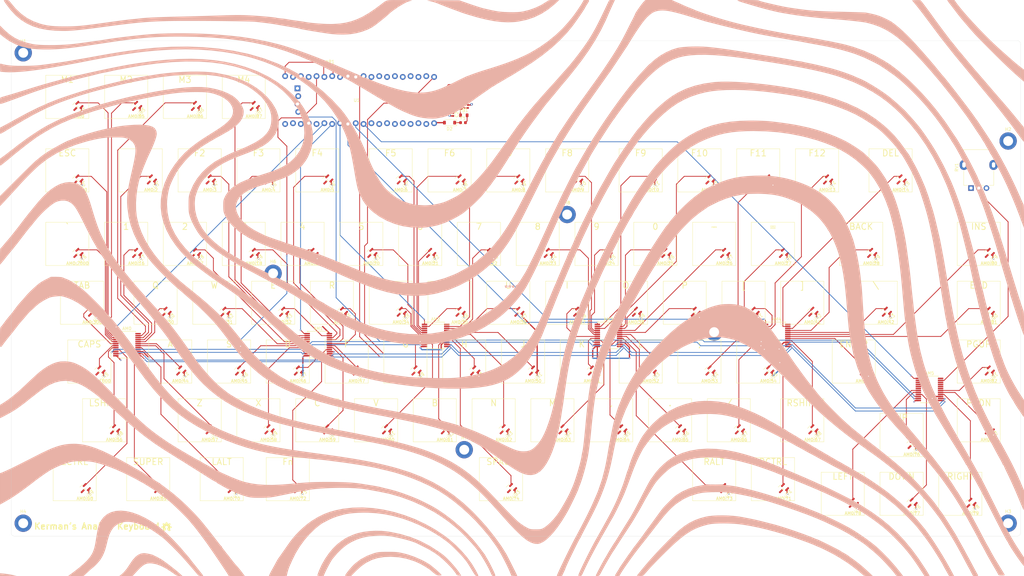
<source format=kicad_pcb>
(kicad_pcb (version 20240108) (generator "pcbnew") (generator_version "8.0")
  (layers (0 "F.Cu" signal) (31 "B.Cu" signal) (34 "B.Paste" user) (35 "F.Paste" user) (36 "B.SilkS" user "B.Silkscreen") (37 "F.SilkS" user "F.Silkscreen") (38 "B.Mask" user) (39 "F.Mask" user) (44 "Edge.Cuts" user))
  (net 0 "")
  (net 1 "AM0:5")
  (net 2 "SELECT3")
  (net 3 "SELECT1")
  (net 4 "AM0:1")
  (net 5 "SELECT2")
  (net 6 "AM0:7")
  (net 7 "AM0:4")
  (net 8 "AM0:11")
  (net 9 "GND")
  (net 10 "AM0:12")
  (net 11 "AM0:13")
  (net 12 "AM0:2")
  (net 13 "AM0:10")
  (net 14 "SELECT0")
  (net 15 "AM0:15")
  (net 16 "AM0:9")
  (net 17 "AM0")
  (net 18 "AM0:8")
  (net 19 "AM0:0")
  (net 20 "AM0:14")
  (net 21 "AM0:6")
  (net 22 "AM0:3")
  (net 23 "+3.3VA")
  (net 24 "AM1:0")
  (net 25 "AM1:2")
  (net 26 "AM1:8")
  (net 27 "AM1:12")
  (net 28 "AM1:1")
  (net 29 "AM1:11")
  (net 30 "AM1:15")
  (net 31 "AM1:14")
  (net 32 "AM1:10")
  (net 33 "AM1:3")
  (net 34 "AM1:5")
  (net 35 "AM1:6")
  (net 36 "AM1:4")
  (net 37 "AM1:7")
  (net 38 "AM1:9")
  (net 39 "AM1:13")
  (net 40 "AM2:8")
  (net 41 "AM2:13")
  (net 42 "AM2:0")
  (net 43 "AM2:11")
  (net 44 "AM2:9")
  (net 45 "AM2:4")
  (net 46 "AM2:10")
  (net 47 "AM2:7")
  (net 48 "AM2:15")
  (net 49 "AM2:14")
  (net 50 "AM2:6")
  (net 51 "AM2:5")
  (net 52 "AM2:12")
  (net 53 "AM2:1")
  (net 54 "AM2:3")
  (net 55 "AM2:2")
  (net 56 "AM3:5")
  (net 57 "AM3:8")
  (net 58 "AM3:4")
  (net 59 "AM3:14")
  (net 60 "AM3:15")
  (net 61 "AM3:7")
  (net 62 "AM3:9")
  (net 63 "AM3:6")
  (net 64 "AM3:12")
  (net 65 "AM3:11")
  (net 66 "AM3:13")
  (net 67 "AM3:2")
  (net 68 "AM3:0")
  (net 69 "AM3:3")
  (net 70 "AM3:1")
  (net 71 "AM3:10")
  (net 72 "AM4:10")
  (net 73 "AM4:5")
  (net 74 "AM4:15")
  (net 75 "AM4:1")
  (net 76 "AM4:9")
  (net 77 "AM4:2")
  (net 78 "AM4:3")
  (net 79 "AM4:8")
  (net 80 "AM4:4")
  (net 81 "AM4:12")
  (net 82 "AM4:6")
  (net 83 "AM4:7")
  (net 84 "AM4:14")
  (net 85 "AM4:13")
  (net 86 "AM4:11")
  (net 87 "AM4:0")
  (net 88 "PB6_SCL1")
  (net 89 "+3.3V_QWIIC")
  (net 90 "PB7_SDA1")
  (net 91 "USB_D-")
  (net 93 "+5V")
  (net 94 "AM2")
  (net 95 "PB1_ADC9_BUZZ")
  (net 96 "AM4")
  (net 99 "PB15_MOSI2")
  (net 100 "PA6_MISO1")
  (net 101 "PB0_ADC8")
  (net 102 "PB13_SCK2")
  (net 103 "AM1")
  (net 104 "SWD_3.3V")
  (net 105 "RGBLED")
  (net 106 "PB4_DISP_CS")
  (net 107 "USART1_RX")
  (net 108 "FLASH_CS")
  (net 109 "PA8_DISP_DATA")
  (net 110 "SWCLK")
  (net 111 "SWDIO")
  (net 112 "USB_D+")
  (net 113 "NRST")
  (net 114 "AM3")
  (net 117 "PB14_MISO2")
  (net 119 "PA7_MOSI1")
  (net 120 "PWR_SENSE")
  (net 121 "USART1_TX")
  (net 122 "PB3_DISP_SCK")
  (net 123 "AM5:13")
  (net 124 "AM5:10")
  (net 125 "AM5:4")
  (net 126 "AM5:12")
  (net 127 "AM5")
  (net 128 "AM5:11")
  (net 129 "AM5:14")
  (net 130 "AM5:2")
  (net 131 "AM5:15")
  (net 132 "AM5:0")
  (net 133 "AM5:7")
  (net 134 "AM5:8")
  (net 135 "AM5:6")
  (net 136 "AM5:5")
  (net 137 "AM5:1")
  (net 138 "AM5:3")
  (net 139 "AM5:9")
  (net 140 "Net-(LDO1-VI)")
  (net 141 "Net-(D2-K)")
  (net 142 "Net-(F1-Pad2)")
  (footprint "footprints:VoidSwitch_1u_SMD" (layer "F.Cu") (at 461.9625 171.45)
    (property "Reference" "AM0:82")
    (property "Value" "PGUP")
  )
  (footprint "Package_TO_SOT_SMD:SOT-23" (layer "F.Cu") (at 279.472788 174.698337 -135)
    (property "Reference" "U49")
    (property "Value" "Hall_Sensor")
  )
  (footprint "Package_TO_SOT_SMD:SOT-23" (layer "F.Cu") (at 393.772788 112.785837 -135)
    (property "Reference" "U13")
    (property "Value" "Hall_Sensor")
  )
  (footprint "footprints:VoidSwitch_1u_SMD" (layer "F.Cu") (at 261.9375 133.35)
    (property "Reference" "AM0:20")
    (property "Value" "5")
  )
  (footprint "footprints:VoidSwitch_1u_SMD" (layer "F.Cu") (at 247.65 190.5)
    (property "Reference" "AM0:59")
    (property "Value" "C")
  )
  (footprint "footprints:VoidSwitch_1u_SMD" (layer "F.Cu") (at 385.7625 152.4)
    (property "Reference" "AM0:40")
    (property "Value" "[")
  )
  (footprint "Package_TO_SOT_SMD:SOT-23" (layer "F.Cu") (at 389.010288 155.648337 -135)
    (property "Reference" "U41")
    (property "Value" "Hall_Sensor")
  )
  (footprint "Package_TO_SOT_SMD:SOT-23" (layer "F.Cu") (at 198.510288 155.648337 -135)
    (property "Reference" "U30")
    (property "Value" "Hall_Sensor")
  )
  (footprint "footprints:VoidSwitch_1u_SMD" (layer "F.Cu") (at 409.575 109.5375)
    (property "Reference" "AM0:13")
    (property "Value" "F12")
  )
  (footprint "footprints:VoidSwitch_1u_SMD" (layer "F.Cu") (at 328.6125 152.4)
    (property "Reference" "AM0:37")
    (property "Value" "I")
  )
  (footprint "Package_TO_SOT_SMD:SOT-23" (layer "F.Cu") (at 260.422788 174.698337 -135)
    (property "Reference" "U48")
    (property "Value" "Hall_Sensor")
  )
  (footprint "footprints:VoidSwitch_1u_SMD" (layer "F.Cu") (at 185.7375 133.35)
    (property "Reference" "AM0:16")
    (property "Value" "1")
  )
  (footprint "footprints:VoidSwitch_1u_SMD" (layer "F.Cu") (at 461.9625 190.5)
    (property "Reference" "AM0:83")
    (property "Value" "PGDN")
  )
  (footprint "Package_TO_SOT_SMD:SOT-23" (layer "F.Cu") (at 436.635288 112.785837 -135)
    (property "Reference" "U15")
    (property "Value" "Hall_Sensor")
  )
  (footprint "footprints:VoidSwitch_1u_SMD" (layer "F.Cu") (at 395.2875 209.55)
    (property "Reference" "AM0:71")
    (property "Value" "RCTRL")
  )
  (footprint "Package_TO_SOT_SMD:SOT-23" (layer "F.Cu") (at 393.772788 174.698337 -135)
    (property "Reference" "U55")
    (property "Value" "Hall_Sensor")
  )
  (footprint "Package_SO:SSOP-24_5.3x8.2mm_P0.65mm" (layer "F.Cu") (at 446 180.5)
    (property "Reference" "AM5")
    (property "Value" "CD74HC4067SM")
  )
  (footprint "Diode_SMD:D_SOD-123" (layer "F.Cu") (at 290.5125 94.059375 180)
    (property "Reference" "D2")
    (property "Value" "B5819W")
  )
  (footprint "footprints:VoidSwitch_1u_SMD" (layer "F.Cu") (at 271.4625 109.5375)
    (property "Reference" "AM0:6")
    (property "Value" "F5")
  )
  (footprint "footprints:VoidSwitch_1.5u_SMD" (layer "F.Cu") (at 404.8125 190.5)
    (property "Reference" "AM0:67")
    (property "Value" "RSHIFT")
  )
  (footprint "footprints:VoidSwitch_1u_SMD" (layer "F.Cu") (at 185.7375 85.725)
    (property "Reference" "AM0:85")
    (property "Value" "M2")
  )
  (footprint "footprints:VoidSwitch_1u_SMD" (layer "F.Cu") (at 252.4125 152.4)
    (property "Reference" "AM0:33")
    (property "Value" "R")
  )
  (footprint "Package_TO_SOT_SMD:SOT-23" (layer "F.Cu") (at 219.941538 212.798337 -135)
    (property "Reference" "U71")
    (property "Value" "Hall_Sensor")
  )
  (footprint "footprints:VoidSwitch_1u_SMD" (layer "F.Cu") (at 285.75 190.5)
    (property "Reference" "AM0:61")
    (property "Value" "B")
  )
  (footprint "Package_TO_SOT_SMD:SOT-23" (layer "F.Cu") (at 241.372788 212.798337 -135)
    (property "Reference" "U73")
    (property "Value" "Hall_Sensor")
  )
  (footprint "Capacitor_SMD:C_0402_1005Metric" (layer "F.Cu") (at 296.465625 88.816875 90)
    (property "Reference" "C1")
    (property "Value" "10u")
  )
  (footprint "Package_TO_SOT_SMD:SOT-23" (layer "F.Cu") (at 188.985288 88.973337 -135)
    (property "Reference" "U85")
    (property "Value" "Hall_Sensor")
  )
  (footprint "Package_TO_SOT_SMD:SOT-23" (layer "F.Cu") (at 398.535288 212.798337 -135)
    (property "Reference" "U74")
    (property "Value" "Hall_Sensor")
  )
  (footprint "footprints:VoidSwitch_1u_SMD" (layer "F.Cu") (at 461.9625 152.4)
    (property "Reference" "AM0:81")
    (property "Value" "END")
  )
  (footprint "Package_SO:SSOP-24_5.3x8.2mm_P0.65mm" (layer "F.Cu") (at 286 163)
    (property "Reference" "AM2")
    (property "Value" "CD74HC4067SM")
  )
  (footprint "Capacitor_SMD:C_0402_1005Metric" (layer "F.Cu") (at 291.703125 91.412 -90)
    (property "Reference" "C2")
    (property "Value" "10u")
  )
  (footprint "Package_TO_SOT_SMD:SOT-23" (layer "F.Cu") (at 355.676339 112.786164 -135)
    (property "Reference" "U11")
    (property "Value" "Hall_Sensor")
  )
  (footprint "footprints:VoidSwitch_1u_SMD" (layer "F.Cu") (at 338.1375 133.35)
    (property "Reference" "AM0:24")
    (property "Value" "9")
  )
  (footprint "footprints:VoidSwitch_1u_SMD" (layer "F.Cu") (at 417.909375 214.3125)
    (property "Reference" "AM0:78")
    (property "Value" "LEFT")
  )
  (footprint "footprints:VoidSwitch_1u_SMD" (layer "F.Cu") (at 390.525 171.45)
    (property "Reference" "AM0:54")
    (property "Value" "'")
  )
  (footprint "Package_TO_SOT_SMD:SOT-23" (layer "F.Cu") (at 203.272788 174.698337 -135)
    (property "Reference" "U44")
    (property "Value" "Hall_Sensor")
  )
  (footprint "footprints:VoidSwitch_1u_SMD" (layer "F.Cu") (at 200.025 171.45)
    (property "Reference" "AM0:44")
    (property "Value" "A")
  )
  (footprint "Package_TO_SOT_SMD:SOT-23" (layer "F.Cu") (at 255.660288 155.648337 -135)
    (property "Reference" "U34")
    (property "Value" "Hall_Sensor")
  )
  (footprint "Package_TO_SOT_SMD:SOT-23" (layer "F.Cu") (at 310.429038 212.798337 -135)
    (property "Reference" "U83")
    (property "Value" "Hall_Sensor")
  )
  (footprint "Package_TO_SOT_SMD:SOT-23" (layer "F.Cu") (at 269.947788 193.748337 -135)
    (property "Reference" "U61")
    (property "Value" "Hall_Sensor")
  )
  (footprint "footprints:VoidSwitch_1.5u_SMD" (layer "F.Cu") (at 171.45 152.4)
    (property "Reference" "AM0:300")
    (property "Value" "TAB")
  )
  (footprint "MountingHole:MountingHole_3.2mm_M3_DIN965_Pad" (layer "F.Cu") (at 471.4875 100.0125)
    (property "Reference" "H2")
    (property "Value" "MountingHole")
  )
  (footprint "Package_TO_SOT_SMD:SOT-23" (layer "F.Cu") (at 169.938839 136.598664 -135)
    (property "Reference" "U16")
    (property "Value" "Hall_Sensor")
  )
  (footprint "footprints:VoidSwitch_1u_SMD" (layer "F.Cu") (at 238.125 209.55)
    (property "Reference" "AM0:72")
    (property "Value" "Fn")
  )
  (footprint "Package_TO_SOT_SMD:SOT-23" (layer "F.Cu") (at 169.935288 88.973337 -135)
    (property "Reference" "U84")
    (property "Value" "Hall_Sensor")
  )
  (footprint "footprints:VoidSwitch_1u_SMD" (layer "F.Cu") (at 366.7125 152.4)
    (property "Reference" "AM0:39")
    (property "Value" "P")
  )
  (footprint "Package_TO_SOT_SMD:SOT-23" (layer "F.Cu") (at 227.085288 88.973337 -135)
    (property "Reference" "U87")
    (property "Value" "Hall_Sensor")
  )
  (footprint "Package_TO_SOT_SMD:SOT-23" (layer "F.Cu") (at 465.210288 136.598337 -135)
    (property "Reference" "U79")
    (property "Value" "Hall_Sensor")
  )
  (footprint "footprints:VoidSwitch_1u_SMD" (layer "F.Cu") (at 190.5 109.5375)
    (property "Reference" "AM0:2")
    (property "Value" "F1")
  )
  (footprint "footprints:VoidSwitch_1u_SMD" (layer "F.Cu") (at 266.7 190.5)
    (property "Reference" "AM0:60")
    (property "Value" "V")
  )
  (footprint "MountingHole:MountingHole_3.2mm_M3_DIN965_Pad" (layer "F.Cu") (at 233.3625 142.875)
    (property "Reference" "H6")
    (property "Value" "MountingHole")
  )
  (footprint "Fuse:Fuse_0603_1608Metric" (layer "F.Cu") (at 294.871875 94.059375)
    (property "Reference" "F1")
    (property "Value" "500mA")
  )
  (footprint "footprints:VoidSwitch_1u_SMD" (layer "F.Cu") (at 238.125 171.45)
    (property "Reference" "AM0:46")
    (property "Value" "D")
  )
  (footprint "footprints:VoidSwitch_1u_SMD" (layer "F.Cu") (at 404.8125 152.4)
    (property "Reference" "AM0:41")
    (property "Value" "]")
  )
  (footprint "Package_TO_SOT_SMD:SOT-23" (layer "F.Cu") (at 177.079038 174.698337 -135)
    (property "Reference" "U45")
    (property "Value" "Hall_Sensor")
  )
  (footprint "footprints:VoidSwitch_1u_SMD" (layer "F.Cu") (at 228.6 109.5375)
    (property "Reference" "AM0:4")
    (property "Value" "F3")
  )
  (footprint "Package_TO_SOT_SMD:SOT-23" (layer "F.Cu") (at 208.035288 88.973337 -135)
    (property "Reference" "U86")
    (property "Value" "Hall_Sensor")
  )
  (footprint "footprints:VoidSwitch_1u_SMD" (layer "F.Cu") (at 333.375 171.45)
    (property "Reference" "AM0:51")
    (property "Value" "K")
  )
  (footprint "Package_TO_SOT_SMD:SOT-23" (layer "F.Cu") (at 341.385288 136.598337 -135)
    (property "Reference" "U25")
    (property "Value" "Hall_Sensor")
  )
  (footprint "footprints:VoidSwitch_1u_SMD" (layer "F.Cu") (at 247.65 109.5375)
    (property "Reference" "AM0:5")
    (property "Value" "F4")
  )
  (footprint "Package_TO_SOT_SMD:SOT-23" (layer "F.Cu") (at 250.901339 112.786164 -135)
    (property "Reference" "U6")
    (property "Value" "Hall_Sensor")
  )
  (footprint "Package_TO_SOT_SMD:SOT-23" (layer "F.Cu") (at 274.713839 112.786164 -135)
    (property "Reference" "U7")
    (property "Value" "Hall_Sensor")
  )
  (footprint "Package_TO_SOT_SMD:SOT-23" (layer "F.Cu") (at 250.897788 193.748337 -135)
    (property "Reference" "U60")
    (property "Value" "Hall_Sensor")
  )
  (footprint "Package_TO_SOT_SMD:SOT-223-3_TabPin2" (layer "F.Cu") (at 291.703125 85.725 90)
    (property "Reference" "LDO1")
    (property "Value" "AMS1117-3.3")
  )
  (footprint "footprints:VoidSwitch_1u_SMD" (layer "F.Cu") (at 280.9875 133.35)
    (property "Reference" "AM0:21")
    (property "Value" "6")
  )
  (footprint "footprints:VoidSwitch_1u_SMD" (layer "F.Cu") (at 228.6 190.5)
    (property "Reference" "AM0:58")
    (property "Value" "X")
  )
  (footprint "Package_TO_SOT_SMD:SOT-23" (layer "F.Cu") (at 365.197788 193.748337 -135)
    (property "Reference" "U66")
    (property "Value" "Hall_Sensor")
  )
  (footprint "footprints:VoidSwitch_6.25u_SMD" (layer "F.Cu") (at 307.18125 209.55)
    (property "Reference" "AM0:74")
    (property "Value" "SPACE")
  )
  (footprint "Package_TO_SOT_SMD:SOT-23" (layer "F.Cu") (at 465.210288 174.698337 -135)
    (property "Reference" "U81")
    (property "Value" "Hall_Sensor")
  )
  (footprint "footprints:VoidSwitch_1u_SMD" (layer "F.Cu") (at 390.525 109.5375)
    (property "Reference" "AM0:12")
    (property "Value" "F11")
  )
  (footprint "Package_TO_SOT_SMD:SOT-23" (layer "F.Cu") (at 298.522788 174.698337 -135)
    (property "Reference" "U50")
    (property "Value" "Hall_Sensor")
  )
  (footprint "footprints:VoidSwitch_1u_SMD" (layer "F.Cu") (at 456.009375 214.3125)
    (property "Reference" "AM0:79")
    (property "Value" "RIGHT")
  )
  (footprint "Package_TO_SOT_SMD:SOT-23" (layer "F.Cu") (at 188.985288 136.598337 -135)
    (property "Reference" "U17")
    (property "Value" "Hall_Sensor")
  )
  (footprint "footprints:VoidSwitch_1u_SMD" (layer "F.Cu") (at 290.5125 109.5375)
    (property "Reference" "AM0:7")
    (property "Value" "F6")
  )
  (footprint "Package_TO_SOT_SMD:SOT-23" (layer "F.Cu") (at 231.851339 112.786164 -135)
    (property "Reference" "U5")
    (property "Value" "Hall_Sensor")
  )
  (footprint "footprints:VoidSwitch_1u_SMD" (layer "F.Cu") (at 371.475 171.45)
    (property "Reference" "AM0:53")
    (property "Value" ";")
  )
  (footprint "Package_TO_SOT_SMD:SOT-23" (layer "F.Cu") (at 231.851339 193.748664 -135)
    (property "Reference" "U59")
    (property "Value" "Hall_Sensor")
  )
  (footprint "Potentiometer_THT:Potentiometer_Alpha_RD901F-40-00D_Single_Vertical" (layer "F.Cu") (at 459.4625 115.2625 90)
    (property "Reference" "RV1")
    (property "Value" "R_Potentiometer")
  )
  (footprint "MountingHole:MountingHole_3.2mm_M3_DIN965_Pad" (layer "F.Cu") (at 295.275 200.025)
    (property "Reference" "H7")
    (property "Value" "MountingHole")
  )
  (footprint "Package_TO_SOT_SMD:SOT-23" (layer "F.Cu") (at 172.316538 212.798337 -135)
    (property "Reference" "U69")
    (property "Value" "Hall_Sensor")
  )
  (footprint "footprints:VoidSwitch_1u_SMD" (layer "F.Cu") (at 300.0375 133.35)
    (property "Reference" "AM0:22")
    (property "Value" "7")
  )
  (footprint "Package_TO_SOT_SMD:SOT-23" (layer "F.Cu") (at 350.910288 155.648337 -135)
    (property "Reference" "U39")
    (property "Value" "Hall_Sensor")
  )
  (footprint "Package_TO_SOT_SMD:SOT-23" (layer "F.Cu") (at 384.247788 193.748337 -135)
    (property "Reference" "U67")
    (property "Value" "Hall_Sensor")
  )
  (footprint "MountingHole:MountingHole_3.2mm_M3_DIN965_Pad" (layer "F.Cu") (at 376.2375 161.925)
    (property "Reference" "H5")
    (property "Value" "MountingHole")
  )
  (footprint "footprints:VoidSwitch_2u_SMD" (layer "F.Cu") (at 423.8625 133.35)
    (property "Reference" "AM0:28")
    (property "Value" "BACK")
  )
  (footprint "Resistor_SMD:R_0402_1005Metric" (layer "F.Cu") (at 252.259999 75.5)
    (property "Reference" "R1")
    (property "Value" "2k2")
  )
  (footprint "Package_TO_SOT_SMD:SOT-23" (layer "F.Cu") (at 227.085288 136.598337 -135)
    (property "Reference" "U19")
    (property "Value" "Hall_Sensor")
  )
  (footprint "Package_TO_SOT_SMD:SOT-23" (layer "F.Cu") (at 284.235288 136.598337 -135)
    (property "Reference" "U22")
    (property "Value" "Hall_Sensor")
  )
  (footprint "Inductor_SMD:L_0805_2012Metric" (layer "F.Cu") (at 295.146875 91.678125)
    (property "Reference" "FB1")
    (property "Value" "100 @ 100 MHz")
  )
  (footprint "Package_SO:SSOP-24_5.3x8.2mm_P0.65mm" (layer "F.Cu") (at 396.5 163)
    (property "Reference" "AM4")
    (property "Value" "CD74HC4067SM")
  )
  (footprint "Package_TO_SOT_SMD:SOT-23" (layer "F.Cu") (at 222.322788 174.698337 -135)
    (property "Reference" "U46")
    (property "Value" "Hall_Sensor")
  )
  (footprint "footprints:VoidSwitch_1u_SMD" (layer "F.Cu") (at 381 190.5)
    (property "Reference" "AM0:66")
    (property "Value" "/")
  )
  (footprint "footprints:VoidSwitch_1u_SMD" (layer "F.Cu") (at 276.225 171.45)
    (property "Reference" "AM0:48")
    (property "Value" "G")
  )
  (footprint "Package_TO_SOT_SMD:SOT-23" (layer "F.Cu") (at 360.435288 136.598337 -135)
    (property "Reference" "U26")
    (property "Value" "Hall_Sensor")
  )
  (footprint "Package_TO_SOT_SMD:SOT-23" (layer "F.Cu") (at 181.841538 193.748337 -135)
    (property "Reference" "U58")
    (property "Value" "Hall_Sensor")
  )
  (footprint "footprints:VoidSwitch_2.25u_SMD" (layer "F.Cu") (at 421.48125 171.45)
    (property "Reference" "AM0:55")
    (property "Value" "ENTER")
  )
  (footprint "Package_SO:SSOP-24_5.3x8.2mm_P0.65mm" (layer "F.Cu") (at 186 166)
    (property "Reference" "AM0")
    (property "Value" "CD74HC4067SM")
  )
  (footprint "Package_TO_SOT_SMD:SOT-23" (layer "F.Cu") (at 217.560288 155.648337 -135)
    (property "Reference" "U32")
    (property "Value" "Hall_Sensor")
  )
  (footprint "footprints:VoidSwitch_1u_SMD" (layer "F.Cu") (at 304.8 190.5)
    (property "Reference" "AM0:62")
    (property "Value" "N")
  )
  (footprint "Package_TO_SOT_SMD:SOT-23" (layer "F.Cu") (at 322.335288 136.598337 -135)
    (property "Reference" "U24")
    (property "Value" "Hall_Sensor")
  )
  (footprint "Package_TO_SOT_SMD:SOT-23" (layer "F.Cu") (at 293.760288 155.648337 -135)
    (property "Reference" "U36")
    (property "Value" "Hall_Sensor")
  )
  (footprint "MountingHole:MountingHole_3.2mm_M3_DIN965_Pad" (layer "F.Cu") (at 328.6125 123.825)
    (property "Reference" "H8")
    (property "Value" "MountingHole")
  )
  (footprint "Package_TO_SOT_SMD:SOT-23" (layer "F.Cu") (at 424.729038 174.698337 -135)
    (property "Reference" "U56")
    (property "Value" "Hall_Sensor")
  )
  (footprint "footprints:VoidSwitch_1u_SMD" (layer "F.Cu") (at 271.4625 152.4)
    (property "Reference" "AM0:34")
    (property "Value" "T")
  )
  (footprint "Resistor_SMD:R_0402_1005Metric" (layer "F.Cu") (at 250.259999 75.5 180)
    (property "Reference" "R2")
    (property "Value" "2k2")
  )
  (footprint "Package_TO_SOT_SMD:SOT-23" (layer "F.Cu") (at 431.872788 155.648337 -135)
    (property "Reference" "U43")
    (property "Value" "Hall_Sensor")
  )
  (footprint "Package_TO_SOT_SMD:SOT-23" (layer "F.Cu") (at 440.207163 217.560837 -135)
    (property "Reference" "U76")
    (property "Value" "Hall_Sensor")
  )
  (footprint "Package_TO_SOT_SMD:SOT-23" (layer "F.Cu") (at 331.860288 155.648337 -135)
    (property "Reference" "U38")
    (property "Value" "Hall_Sensor")
  )
  (footprint "footprints:VoidSwitch_1u_SMD" (layer "F.Cu") (at 204.7875 133.35)
    (property "Reference" "AM0:17")
    (property "Value" "2")
  )
  (footprint "Package_TO_SOT_SMD:SOT-23" (layer "F.Cu") (at 408.060288 155.648337 -135)
    (property "Reference" "U42")
    (property "Value" "Hall_Sensor")
  )
  (footprint "MountingHole:MountingHole_3.2mm_M3_DIN965_Pad" (layer "F.Cu") (at 152.4 71.4375)
    (property "Reference" "H1")
    (property "Value" "MountingHole")
  )
  (footprint "Package_TO_SOT_SMD:SOT-23" (layer "F.Cu") (at 212.797788 193.748337 -135)
    (property "Reference" "U57")
    (property "Value" "Hall_Sensor")
  )
  (footprint "Package_TO_SOT_SMD:SOT-23" (layer "F.Cu") (at 465.210288 193.748337 -135)
    (property "Reference" "U82")
    (property "Value" "Hall_Sensor")
  )
  (footprint "Package_TO_SOT_SMD:SOT-23" (layer "F.Cu") (at 412.822788 112.785837 -135)
    (property "Reference" "U14")
    (property "Value" "Hall_Sensor")
  )
  (footprint "Package_TO_SOT_SMD:SOT-23" (layer "F.Cu") (at 236.610288 155.648337 -135)
    (property "Reference" "U33")
    (property "Value" "Hall_Sensor")
  )
  (footprint "footprints:VoidSwitch_1.75u_SMD" (layer "F.Cu") (at 173.83125 171.45)
    (property "Reference" "AM0:1000")
    (property "Value" "CAPS")
  )
  (footprint "Package_TO_SOT_SMD:SOT-23" (layer "F.Cu") (at 196.129038 212.798337 -135)
    (property "Reference" "U70")
    (property "Value" "Hall_Sensor")
  )
  (footprint "Package_TO_SOT_SMD:SOT-23" (layer "F.Cu") (at 355.672788 174.698337 -135)
    (property "Reference" "U53")
    (property "Value" "Hall_Sensor")
  )
  (footprint "footprints:VoidSwitch_1u_SMD" (layer "F.Cu") (at 461.9625 133.35)
    (property "Reference" "AM0:80")
    (property "Value" "INS")
  )
  (footprint "Package_SO:SSOP-24_5.3x8.2mm_P0.65mm" (layer "F.Cu") (at 342 163)
    (property "Reference" "AM3")
    (property "Value" "CD74HC4067SM")
  )
  (footprint "footprints:VoidSwitch_1u_SMD" (layer "F.Cu") (at 314.325 171.45)
    (property "Reference" "AM0:50")
    (property "Value" "J")
  )
  (footprint "footprints:VoidSwitch_1.5u_SMD" (layer "F.Cu") (at 428.625 152.4)
    (property "Reference" "AM0:42")
    (property "Value" "\\")
  )
  (footprint "footprints:VoidSwitch_1u_SMD" (layer "F.Cu") (at 371.475 109.5375)
    (property "Reference" "AM0:11")
    (property "Value" "F10")
  )
  (footprint "Package_TO_SOT_SMD:SOT-23" (layer "F.Cu") (at 459.257163 217.560837 -135)
    (property "Reference" "U78")
    (property "Value" "Hall_Sensor")
  )
  (footprint "Package_TO_SOT_SMD:SOT-23" (layer "F.Cu") (at 174.697788 155.648337 -135)
    (property "Reference" "U31")
    (property "Value" "Hall_Sensor")
  )
  (footprint "footprints:VoidSwitch_1.25u_SMD" (layer "F.Cu") (at 169.06875 209.55)
    (property "Reference" "AM0:68")
    (property "Value" "LCTRL")
  )
  (footprint "Package_TO_SOT_SMD:SOT-23" (layer "F.Cu") (at 265.185288 136.598337 -135)
    (property "Reference" "U21")
    (property "Value" "Hall_Sensor")
  )
  (footprint "footprints:VoidSwitch_1u_SMD" (layer "F.Cu") (at 195.2625 152.4)
    (property "Reference" "AM0:30")
    (property "Value" "Q")
  )
  (footprint "footprints:VoidSwitch_1u_SMD" (layer "F.Cu") (at 219.075 171.45)
    (property "Reference" "AM0:45")
    (property "Value" "S")
  )
  (footprint "footprints:VoidSwitch_1u_SMD" (layer "F.Cu") (at 233.3625 152.4)
    (property "Reference" "AM0:32")
    (property "Value" "E")
  )
  (footprint "Package_TO_SOT_SMD:SOT-23" (layer "F.Cu") (at 408.060288 193.748337 -135)
    (property "Reference" "U68")
    (property "Value" "Hall_Sensor")
  )
  (footprint "Package_TO_SOT_SMD:SOT-23" (layer "F.Cu") (at 331.863839 112.786164 -135)
    (property "Reference" "U10")
    (property "Value" "Hall_Sensor")
  )
  (footprint "Package_TO_SOT_SMD:SOT-23" (layer "F.Cu") (at 374.722788 112.785837 -135)
    (property "Reference" "U12")
    (property "Value" "Hall_Sensor")
  )
  (footprint "Package_TO_SOT_SMD:SOT-23" (layer "F.Cu") (at 317.572788 174.698337 -135)
    (property "Reference" "U51")
    (property "Value" "Hall_Sensor")
  )
  (footprint "Package_TO_SOT_SMD:SOT-23" (layer "F.Cu") (at 169.938839 112.786164 -135)
    (property "Reference" "U2")
    (property "Value" "Hall_Sensor")
  )
  (footprint "images:smallopenhardware" (layer "F.Cu") (at 198.834375 225.028125)
    (property "Reference" "G***" (hide yes))
    (property "Value" "LOGO" (hide yes))
  )
  (footprint "footprints:VoidSwitch_1u_SMD" (layer "F.Cu") (at 342.9 190.5)
    (property "Reference" "AM0:64")
    (property "Value" ",")
  )
  (footprint "Package_TO_SOT_SMD:SOT-23" (layer "F.Cu") (at 208.035288 136.598337 -135)
    (property "Reference" "U18")
    (property "Value" "Hall_Sensor")
  )
  (footprint "Package_SO:SSOP-24_5.3x8.2mm_P0.65mm" (layer "F.Cu") (at 248 166)
    (property "Reference" "AM1")
    (property "Value" "CD74HC4067SM")
  )
  (footprint "Package_TO_SOT_SMD:SOT-23" (layer "F.Cu") (at 465.210288 155.648337 -135)
    (property "Reference" "U80")
    (property "Value" "Hall_Sensor")
  )
  (footprint "Package_TO_SOT_SMD:SOT-23" (layer "F.Cu") (at 398.535288 136.598337 -135)
    (property "Reference" "U28")
    (property "Value" "Hall_Sensor")
  )
  (footprint "footprints:VoidSwitch_1u_SMD" (layer "F.Cu") (at 319.0875 133.35)
    (property "Reference" "AM0:23")
    (property "Value" "8")
  )
  (footprint "footprints:VoidSwitch_1u_SMD" (layer "F.Cu") (at 166.6875 133.35)
    (property "Reference" "AM0:2000")
    (property "Value" "`")
  )
  (footprint "Package_TO_SOT_SMD:SOT-23" (layer "F.Cu") (at 369.960288 155.648337 -135)
    (property "Reference" "U40")
    (property "Value" "Hall_Sensor")
  )
  (footprint "Package_TO_SOT_SMD:SOT-23" (layer "F.Cu") (at 241.372788 174.698337 -135)
    (property "Reference" "U47")
    (property "Value" "Hall_Sensor")
  )
  (footprint "footprints:VoidSwitch_1u_SMD" (layer "F.Cu") (at 209.55 190.5)
    (property "Reference" "AM0:57")
    (property "Value" "Z")
  )
  (footprint "Package_TO_SOT_SMD:SOT-23" (layer "F.Cu") (at 327.097788 193.748337 -135)
    (property "Reference" "U64")
    (property "Value" "Hall_Sensor")
  )
  (footprint "Package_TO_SOT_SMD:SOT-23" (layer "F.Cu") (at 427.110288 136.598337 -135)
    (property "Reference" "U29")
    (property "Value" "Hall_Sensor")
  )
  (footprint "footprints:VoidSwitch_1.25u_SMD" (layer "F.Cu") (at 216.69375 209.55)
    (property "Reference" "AM0:70")
    (property "Value" "LALT")
  )
  (footprint "footprints:VoidSwitch_1u_SMD" (layer "F.Cu") (at 376.2375 133.35)
    (property "Reference" "AM0:26")
    (property "Value" "-")
  )
  (footprint "footprints:VoidSwitch_1u_SMD" (layer "F.Cu") (at 376.2375 209.55)
    (property "Reference" "AM0:73")
    (property "Value" "RALT")
  )
  (footprint "Package_TO_SOT_SMD:SOT-23" (layer "F.Cu") (at 374.722788 174.698337 -135)
    (property "Reference" "U54")
    (property "Value" "Hall_Sensor")
  )
  (footprint "footprints:VoidSwitch_1u_SMD" (layer "F.Cu") (at 347.6625 152.4)
    (property "Reference" "AM0:38")
    (property "Value" "O")
  )
  (footprint "MountingHole:MountingHole_3.2mm_M3_DIN965_Pad" (layer "F.Cu") (at 471.4875 223.8375)
    (property "Reference" "H3")
    (property "Value" "MountingHole")
  )
  (footprint "Package_TO_SOT_SMD:SOT-23" (layer "F.Cu") (at 421.157163 217.560837 -135)
    (property "Reference" "U77")
    (property "Value" "Hall_Sensor")
  )
  (footprint "Package_TO_SOT_SMD:SOT-23" (layer "F.Cu") (at 379.485288 136.598337 -135)
    (property "Reference" "U27")
    (property "Value" "Hall_Sensor")
  )
  (footprint "footprints:VoidSwitch_1u_SMD" (layer "F.Cu") (at 223.8375 133.35)
    (property "Reference" "AM0:18")
    (property "Value" "3")
  )
  (footprint "Package_TO_SOT_SMD:SOT-23" (layer "F.Cu") (at 440.207163 198.510837 -135)
    (property "Reference" "U75")
    (property "Value" "Hall_Sensor")
  )
  (footprint "footprints:VoidSwitch_1u_SMD" (layer "F.Cu") (at 309.5625 109.5375)
    (property "Reference" "AM0:8")
    (property "Value" "F7")
  )
  (footprint "footprints:VoidSwitch_1u_SMD" (layer "F.Cu") (at 328.6125 109.5375)
    (property "Reference" "AM0:9")
    (property "Value" "F8")
  )
  (footprint "Package_TO_SOT_SMD:SOT-23" (layer "F.Cu") (at 288.997788 193.748337 -135)
    (property "Reference" "U62")
    (property "Value" "Hall_Sensor")
  )
  (footprint "Package_TO_SOT_SMD:SOT-23" (layer "F.Cu") (at 336.622788 174.698337 -135)
    (property "Reference" "U52")
    (property "Value" "Hall_Sensor")
  )
  (footprint "footprints:VoidSwitch_1u_SMD" (layer "F.Cu") (at 166.6875 85.725)
    (property "Reference" "AM0:0")
    (property "Value" "M1")
  )
  (footprint "footprints:VoidSwitch_1u_SMD" (layer "F.Cu") (at 204.7875 85.725)
    (property "Reference" "AM0:86")
    (property "Value" "M3")
  )
  (footprint "footprints:VoidSwitch_1u_SMD" (layer "F.Cu") (at 433.3875 109.5375)
    (property "Reference" "AM0:14")
    (property "Value" "DEL")
  )
  (footprint "Package_TO_SOT_SMD:SOT-23" (layer "F.Cu") (at 274.713839 155.648664 -135)
    (property "Reference" "U35")
    (property "Value" "Hall_Sensor")
  )
  (footprint "footprints:VoidSwitch_1u_SMD" (layer "F.Cu") (at 395.2875 133.35)
    (property "Reference" "AM0:27")
    (property "Value" "=")
  )
  (footprint "footprints:VoidSwitch_1u_SMD" (layer "F.Cu") (at 361.95 190.5)
    (property "Reference" "AM0:65")
    (property "Value" ".")
  )
  (footprint "footprints:VoidSwitch_1u_SMD" (layer "F.Cu") (at 436.959375 195.2625)
    (property "Reference" "AM0:76")
    (property "Value" "UP")
  )
  (footprint "Package_TO_SOT_SMD:SOT-23" (layer "F.Cu") (at 293.763839 112.786164 -135)
    (property "Reference" "U8")
    (property "Value" "Hall_Sensor")
  )
  (footprint "footprints:VoidSwitch_1u_SMD" (layer "F.Cu") (at 223.8375 85.725)
    (property "Reference" "AM0:87")
    (property "Value" "M4")
  )
  (footprint "footprints:VoidSwitch_1u_SMD" (layer "F.Cu") (at 257.175 171.45)
    (property "Reference" "AM0:47")
    (property "Value" "F")
  )
  (footprint "footprints:VoidSwitch_1u_SMD" (layer "F.Cu") (at 309.5625 152.4)
    (property "Reference" "AM0:36")
    (property "Value" "U")
  )
  (footprint "footprints:VoidSwitch_1u_SMD" (layer "F.Cu") (at 214.3125 152.4)
    (property "Reference" "AM0:31")
    (property "Value" "W")
  )
  (footprint "Package_TO_SOT_SMD:SOT-23" (layer "F.Cu") (at 312.810288 155.648337 -135)
    (property "Reference" "U37")
    (property "Value" "Hall_Sensor")
  )
  (footprint "Package_TO_SOT_SMD:SOT-23" (layer "F.Cu") (at 246.135288 136.598337 -135)
    (property "Reference" "U20")
    (property "Value" "Hall_Sensor")
  )
  (footprint "Package_TO_SOT_SMD:SOT-23" (layer "F.Cu") (at 346.147788 193.748337 -135)
    (property "Reference" "U65")
    (property "Value" "Hall_Sensor")
  )
  (footprint "Package_TO_SOT_SMD:SOT-23" (layer "F.Cu") (at 212.801339 112.786164 -135)
    (property "Reference" "U4")
    (property "Value" "Hall_Sensor")
  )
  (footprint "Package_TO_SOT_SMD:SOT-23" (layer "F.Cu") (at 308.047788 193.748337 -135)
    (property "Reference" "U63")
    (property "Value" "Hall_Sensor")
  )
  (footprint "Package_TO_SOT_SMD:SOT-23" (layer "F.Cu") (at 193.751339 112.786164 -135)
    (property "Reference" "U3")
    (property "Value" "Hall_Sensor")
  )
  (footprint "footprints:VoidSwitch_2.25u_SMD" (layer "F.Cu") (at 178.59375 190.5)
    (property "Reference" "AM0:56")
    (property "Value" "LSHIFT")
  )
  (footprint "footprints:VoidSwitch_1u_SMD" (layer "F.Cu") (at 436.959375 214.3125)
    (property "Reference" "AM0:77")
    (property "Value" "DOWN")
  )
  (footprint "Package_TO_SOT_SMD:SOT-23" (layer "F.Cu") (at 303.285288 136.598337 -135)
    (property "Reference" "U23")
    (property "Value" "Hall_Sensor")
  )
  (footprint "footprints:VoidSwitch_1u_SMD" (layer "F.Cu") (at 209.55 109.5375)
    (property "Reference" "AM0:3")
    (property "Value" "F2")
  )
  (footprint "Package_TO_SOT_SMD:SOT-23" (layer "F.Cu") (at 379.485288 212.798337 -135)
    (property "Reference" "U72")
    (property "Value" "Hall_Sensor")
  )
  (footprint "kicad_blackpill:BlackPill_STLINK" (layer "F.Cu") (at 260.42 86.747 -90)
    (property "Reference" "U1")
    (property "Value" "BlackPill_STLINK")
  )
  (footprint "footprints:VoidSwitch_1u_SMD" (layer "F.Cu") (at 290.5125 152.4)
    (property "Reference" "AM0:35")
    (property "Value" "Y")
  )
  (footprint "footprints:VoidSwitch_1u_SMD" (layer "F.Cu") (at 352.425 109.5375)
    (property "Reference" "AM0:10")
    (property "Value" "F9")
  )
  (footprint "footprints:VoidSwitch_1.25u_SMD" (layer "F.Cu") (at 192.88125 209.55)
    (property "Reference" "AM0:69")
    (property "Value" "SUPER")
  )
  (footprint "footprints:VoidSwitch_1u_SMD" (layer "F.Cu") (at 352.425 171.45)
    (property "Reference" "AM0:52")
    (property "Value" "L")
  )
  (footprint "MountingHole:MountingHole_3.2mm_M3_DIN965_Pad" (layer "F.Cu") (at 152.4 223.8375)
    (property "Reference" "H4")
    (property "Value" "MountingHole")
  )
  (footprint "Package_TO_SOT_SMD:SOT-23" (layer "F.Cu") (at 312.813839 112.786164 -135)
    (property "Reference" "U9")
    (property "Value" "Hall_Sensor")
  )
  (footprint "footprints:VoidSwitch_1u_SMD" (layer "F.Cu") (at 166.6875 109.5375)
    (property "Reference" "AM0:100")
    (property "Value" "ESC")
  )
  (footprint "footprints:VoidSwitch_1u_SMD" (layer "F.Cu") (at 323.85 190.5)
    (property "Reference" "AM0:63")
    (property "Value" "M")
  )
  (footprint "footprints:VoidSwitch_1u_SMD" (layer "F.Cu") (at 357.1875 133.35)
    (property "Reference" "AM0:25")
    (property "Value" "0")
  )
  (footprint "footprints:VoidSwitch_1u_SMD" (layer "F.Cu") (at 295.275 171.45)
    (property "Reference" "AM0:49")
    (property "Value" "H")
  )
  (footprint "footprints:VoidSwitch_1u_SMD" (layer "F.Cu") (at 242.8875 133.35)
    (property "Reference" "AM0:19")
    (property "Value" "4")
  )
  (footprint "images:swirlpattern" (layer "B.Cu") (at 310.753125 147.6375 180)
    (property "Reference" "G***")
    (property "Value" "LOGO" (hide yes))
  )
  (gr_arc (start 149.5 228) (mid 148.792893 227.707107) (end 148.5 227) (stroke (width 0.05)) (layer "Edge.Cuts"))
  (gr_line (start 475.5 227) (end 475.5 68.5) (stroke (width 0.05)) (layer "Edge.Cuts"))
  (gr_arc (start 474.5 67.5) (mid 475.207107 67.792893) (end 475.5 68.5) (stroke (width 0.05)) (layer "Edge.Cuts"))
  (gr_line (start 148.5 227) (end 148.5 68.5) (stroke (width 0.05)) (layer "Edge.Cuts"))
  (gr_line (start 149.5 228) (end 474.5 228) (stroke (width 0.05)) (layer "Edge.Cuts"))
  (gr_arc (start 475.5 227) (mid 475.207107 227.707107) (end 474.5 228) (stroke (width 0.05)) (layer "Edge.Cuts"))
  (gr_arc (start 148.5 68.5) (mid 148.792893 67.792893) (end 149.5 67.5) (stroke (width 0.05)) (layer "Edge.Cuts"))
  (gr_line (start 474.5 67.5) (end 149.5 67.5) (stroke (width 0.05)) (layer "Edge.Cuts"))
  (gr_text "Kerman's Analog Keyboard\n" (at 155.7 226 0) (layer "F.SilkS") (effects (font (size 2 2) (thickness 0.4) (bold yes)) (justify left bottom)))
  (segment (start 182.4 164.375) (end 181.275 164.375) (width 0.25) (layer "F.Cu") (net 1))
  (segment (start 181.275 164.375) (end 179.45 162.55) (width 0.25) (layer "F.Cu") (net 1))
  (segment (start 174.4515 111.4515) (end 169.93 111.4515) (width 0.25) (layer "F.Cu") (net 1))
  (segment (start 179.45 162.55) (end 179.45 116.45) (width 0.25) (layer "F.Cu") (net 1))
  (segment (start 179.45 116.45) (end 174.4515 111.4515) (width 0.25) (layer "F.Cu") (net 1))
  (segment (start 400.1 166.575) (end 401.075 166.575) (width 0.25) (layer "F.Cu") (net 2))
  (segment (start 261.3952 163.3952) (end 261.3952 80.2648) (width 0.25) (layer "F.Cu") (net 2))
  (segment (start 449.6 184.075) (end 450.575 184.075) (width 0.25) (layer "F.Cu") (net 2))
  (segment (start 450.575 184.075) (end 451 184.5) (width 0.25) (layer "F.Cu") (net 2))
  (segment (start 268 170) (end 261.3952 163.3952) (width 0.25) (layer "F.Cu") (net 2))
  (segment (start 252.575 169.575) (end 253 170) (width 0.25) (layer "F.Cu") (net 2))
  (segment (start 261.3952 80.2648) (end 262.66 79) (width 0.25) (layer "F.Cu") (net 2))
  (segment (start 345.6 166.575) (end 346.575 166.575) (width 0.25) (layer "F.Cu") (net 2))
  (segment (start 289.6 166.575) (end 290.575 166.575) (width 0.25) (layer "F.Cu") (net 2))
  (segment (start 191.75 170.75) (end 190.575 169.575) (width 0.25) (layer "F.Cu") (net 2))
  (segment (start 290.575 166.575) (end 291 167) (width 0.25) (layer "F.Cu") (net 2))
  (segment (start 346.575 166.575) (end 347 167) (width 0.25) (layer "F.Cu") (net 2))
  (segment (start 401.075 166.575) (end 401.5 167) (width 0.25) (layer "F.Cu") (net 2))
  (segment (start 190.575 169.575) (end 189.6 169.575) (width 0.25) (layer "F.Cu") (net 2))
  (segment (start 251.6 169.575) (end 252.575 169.575) (width 0.25) (layer "F.Cu") (net 2))
  (via (at 347 167) (size 0.5) (drill 0.3) (layers "F.Cu" "B.Cu") (net 2))
  (via (at 253 170) (size 0.5) (drill 0.3) (layers "F.Cu" "B.Cu") (net 2))
  (via (at 268 170) (size 0.5) (drill 0.3) (layers "F.Cu" "B.Cu") (net 2))
  (via (at 401.5 167) (size 0.5) (drill 0.3) (layers "F.Cu" "B.Cu") (net 2))
  (via (at 291 167) (size 0.5) (drill 0.3) (layers "F.Cu" "B.Cu") (net 2))
  (via (at 191.75 170.75) (size 0.5) (drill 0.3) (layers "F.Cu" "B.Cu") (net 2))
  (via (at 451 184.5) (size 0.5) (drill 0.3) (layers "F.Cu" "B.Cu") (net 2))
  (segment (start 448 187.5) (end 451 184.5) (width 0.25) (layer "B.Cu") (net 2))
  (segment (start 349.5 169.5) (end 399 169.5) (width 0.25) (layer "B.Cu") (net 2))
  (segment (start 191.75 170.75) (end 192.5 171.5) (width 0.25) (layer "B.Cu") (net 2))
  (segment (start 288 170) (end 268 170) (width 0.25) (layer "B.Cu") (net 2))
  (segment (start 291 167) (end 293.5 169.5) (width 0.25) (layer "B.Cu") (net 2))
  (segment (start 293.5 169.5) (end 344.5 169.5) (width 0.25) (layer "B.Cu") (net 2))
  (segment (start 347 167) (end 349.5 169.5) (width 0.25) (layer "B.Cu") (net 2))
  (segment (start 422 187.5) (end 448 187.5) (width 0.25) (layer "B.Cu") (net 2))
  (segment (start 399 169.5) (end 401.5 167) (width 0.25) (layer "B.Cu") (net 2))
  (segment (start 401.5 167) (end 422 187.5) (width 0.25) (layer "B.Cu") (net 2))
  (segment (start 251.5 171.5) (end 253 170) (width 0.25) (layer "B.Cu") (net 2))
  (segment (start 288 170) (end 291 167) (width 0.25) (layer "B.Cu") (net 2))
  (segment (start 192.5 171.5) (end 251.5 171.5) (width 0.25) (layer "B.Cu") (net 2))
  (segment (start 344.5 169.5) (end 347 167) (width 0.25) (layer "B.Cu") (net 2))
  (segment (start 268 170) (end 253 170) (width 0.25) (layer "B.Cu") (net 2))
  (segment (start 391.797182 165.925) (end 391.386513 166.335669) (width 0.25) (layer "F.Cu") (net 3))
  (segment (start 338.4 165.925) (end 337.297182 165.925) (width 0.25) (layer "F.Cu") (net 3))
  (segment (start 243.075 168.925) (end 243 169) (width 0.25) (layer "F.Cu") (net 3))
  (segment (start 442.4 183.425) (end 441.075 183.425) (width 0.25) (layer "F.Cu") (net 3))
  (segment (start 183.675 168.925) (end 182.4 168.925) (width 0.25) (layer "F.Cu") (net 3))
  (segment (start 242.8 92.5) (end 236 92.5) (width 0.25) (layer "F.Cu") (net 3))
  (segment (start 236 92.5) (end 234.9 93.6) (width 0.25) (layer "F.Cu") (net 3))
  (segment (start 236 99.9) (end 237.8 101.7) (width 0.25) (layer "F.Cu") (net 3))
  (segment (start 337.297182 165.925) (end 336.911093 166.311089) (width 0.25) (layer "F.Cu") (net 3))
  (segment (start 282.4 165.925) (end 281.075 165.925) (width 0.25) (layer "F.Cu") (net 3))
  (segment (start 222.8 166.5) (end 222.8 168.475) (width 0.25) (layer "F.Cu") (net 3))
  (segment (start 441.075 183.425) (end 441 183.5) (width 0.25) (layer "F.Cu") (net 3))
  (segment (start 234.9 93.6) (end 234.9 98.8) (width 0.25) (layer "F.Cu") (net 3))
  (segment (start 247.42 87.88) (end 243.3 92) (width 0.25) (layer "F.Cu") (net 3))
  (segment (start 244.4 168.925) (end 243.075 168.925) (width 0.25) (layer "F.Cu") (net 3))
  (segment (start 234.9 98.8) (end 236 99.9) (width 0.25) (layer "F.Cu") (net 3))
  (segment (start 243.3 92) (end 242.8 92.5) (width 0.25) (layer "F.Cu") (net 3))
  (segment (start 183.8 168.8) (end 183.675 168.925) (width 0.25) (layer "F.Cu") (net 3))
  (segment (start 237.8 101.7) (end 237.8 137.1) (width 0.25) (layer "F.Cu") (net 3))
  (segment (start 392.9 165.925) (end 391.797182 165.925) (width 0.25) (layer "F.Cu") (net 3))
  (segment (start 281.075 165.925) (end 281 166) (width 0.25) (layer "F.Cu") (net 3))
  (segment (start 247.42 79) (end 247.42 87.88) (width 0.25) (layer "F.Cu") (net 3))
  (via (at 336.911093 166.311089) (size 0.5) (drill 0.3) (layers "F.Cu" "B.Cu") (net 3))
  (via (at 441 183.5) (size 0.5) (drill 0.3) (layers "F.Cu" "B.Cu") (net 3))
  (via (at 391.386513 166.335669) (size 0.5) (drill 0.3) (layers "F.Cu" "B.Cu") (net 3))
  (via (at 243 169) (size 0.5) (drill 0.3) (layers "F.Cu" "B.Cu") (net 3))
  (via (at 237.8 137.1) (size 0.5) (drill 0.3) (layers "F.Cu" "B.Cu") (net 3))
  (via (at 281 166) (size 0.5) (drill 0.3) (layers "F.Cu" "B.Cu") (net 3))
  (via (at 222.8 168.475) (size 0.5) (drill 0.3) (layers "F.Cu" "B.Cu") (net 3))
  (via (at 183.8 168.8) (size 0.5) (drill 0.3) (layers "F.Cu" "B.Cu") (net 3))
  (via (at 222.8 166.5) (size 0.5) (drill 0.3) (layers "F.Cu" "B.Cu") (net 3))
  (segment (start 399.664331 166.335669) (end 400.83 165.17) (width 0.25) (layer "B.Cu") (net 3))
  (segment (start 370.7 165.2) (end 371.835669 166.335669) (width 0.25) (layer "B.Cu") (net 3))
  (segment (start 184.525 168.475) (end 222.8 168.475) (width 0.25) (layer "B.Cu") (net 3))
  (segment (start 344.188911 166.311089) (end 345.3 165.2) (width 0.25) (layer "B.Cu") (net 3))
  (segment (start 371.835669 166.335669) (end 391.386513 166.335669) (width 0.25) (layer "B.Cu") (net 3))
  (segment (start 391.386513 166.335669) (end 399.664331 166.335669) (width 0.25) (layer "B.Cu") (net 3))
  (segment (start 243 169) (end 246 166) (width 0.25) (layer "B.Cu") (net 3))
  (segment (start 400.83 165.17) (end 422.67 165.17) (width 0.25) (layer "B.Cu") (net 3))
  (segment (start 242.475 168.475) (end 243 169) (width 0.25) (layer "B.Cu") (net 3))
  (segment (start 281 166) (end 281.8 165.2) (width 0.25) (layer "B.Cu") (net 3))
  (segment (start 422.67 165.17) (end 441 183.5) (width 0.25) (layer "B.Cu") (net 3))
  (segment (start 281.8 165.2) (end 335.800004 165.2) (width 0.25) (layer "B.Cu") (net 3))
  (segment (start 183.8 168.8) (end 184.2 168.8) (width 0.25) (layer "B.Cu") (net 3))
  (segment (start 336.911093 166.311089) (end 344.188911 166.311089) (width 0.25) (layer "B.Cu") (net 3))
  (segment (start 222.8 168.475) (end 242.475 168.475) (width 0.25) (layer "B.Cu") (net 3))
  (segment (start 184.2 168.8) (end 184.525 168.475) (width 0.25) (layer "B.Cu") (net 3))
  (segment (start 335.800004 165.2) (end 336.911093 166.311089) (width 0.25) (layer "B.Cu") (net 3))
  (segment (start 246 166) (end 281 166) (width 0.25) (layer "B.Cu") (net 3))
  (segment (start 228 159.2) (end 222.8 164.4) (width 0.25) (layer "B.Cu") (net 3))
  (segment (start 237.8 149.4) (end 228 159.2) (width 0.25) (layer "B.Cu") (net 3))
  (segment (start 345.3 165.2) (end 370.7 165.2) (width 0.25) (layer "B.Cu") (net 3))
  (segment (start 222.8 164.4) (end 222.8 166.5) (width 0.25) (layer "B.Cu") (net 3))
  (segment (start 237.8 137.1) (end 237.8 149.4) (width 0.25) (layer "B.Cu") (net 3))
  (segment (start 181.275 166.975) (end 182.4 166.975) (width 0.25) (layer "F.Cu") (net 4))
  (segment (start 180 170) (end 180 168.25) (width 0.25) (layer "F.Cu") (net 4))
  (segment (start 181.832699 192.413673) (end 181.832699 171.832699) (width 0.25) (layer "F.Cu") (net 4))
  (segment (start 180 168.25) (end 181.275 166.975) (width 0.25) (layer "F.Cu") (net 4))
  (segment (start 181.832699 171.832699) (end 180 170) (width 0.25) (layer "F.Cu") (net 4))
  (segment (start 401.425 165.925) (end 401.5 166) (width 0.25) (layer "F.Cu") (net 5))
  (segment (start 450.925 183.425) (end 451 183.5) (width 0.25) (layer "F.Cu") (net 5))
  (segment (start 449.6 183.425) (end 450.925 183.425) (width 0.25) (layer "F.Cu") (net 5))
  (segment (start 290.925 165.925) (end 291 166) (width 0.25) (layer "F.Cu") (net 5))
  (segment (start 263.9352 133.0648) (end 263.9352 93.0648) (width 0.25) (layer "F.Cu") (net 5))
  (segment (start 346.925 165.925) (end 347 166) (width 0.25) (layer "F.Cu") (net 5))
  (segment (start 190.925 168.925) (end 189.6 168.925) (width 0.25) (layer "F.Cu") (net 5))
  (segment (start 263 162.75) (end 263 134) (width 0.25) (layer "F.Cu") (net 5))
  (segment (start 400.1 165.925) (end 401.425 165.925) (width 0.25) (layer "F.Cu") (net 5))
  (segment (start 289.6 165.925) (end 290.925 165.925) (width 0.25) (layer "F.Cu") (net 5))
  (segment (start 345.6 165.925) (end 346.925 165.925) (width 0.25) (layer "F.Cu") (net 5))
  (segment (start 252.925 168.925) (end 253 169) (width 0.25) (layer "F.Cu") (net 5))
  (segment (start 277.024 87.75) (end 285.52 79.254) (width 0.25) (layer "F.Cu") (net 5))
  (segment (start 191.7 169.7) (end 190.925 168.925) (width 0.25) (layer "F.Cu") (net 5))
  (segment (start 263 134) (end 263.9352 133.0648) (width 0.25) (layer "F.Cu") (net 5))
  (segment (start 251.6 168.925) (end 252.925 168.925) (width 0.25) (layer "F.Cu") (net 5))
  (segment (start 263.9352 93.0648) (end 269.25 87.75) (width 0.25) (layer "F.Cu") (net 5))
  (segment (start 269.25 87.75) (end 277.024 87.75) (width 0.25) (layer "F.Cu") (net 5))
  (segment (start 269.25 169) (end 263 162.75) (width 0.25) (layer "F.Cu") (net 5))
  (via (at 451 183.5) (size 0.5) (drill 0.3) (layers "F.Cu" "B.Cu") (net 5))
  (via (at 269.25 169) (size 0.5) (drill 0.3) (layers "F.Cu" "B.Cu") (net 5))
  (via (at 191.7 169.7) (size 0.5) (drill 0.3) (layers "F.Cu" "B.Cu") (net 5))
  (via (at 347 166) (size 0.5) (drill 0.3) (layers "F.Cu" "B.Cu") (net 5))
  (via (at 401.5 166) (size 0.5) (drill 0.3) (layers "F.Cu" "B.Cu") (net 5))
  (via (at 291 166) (size 0.5) (drill 0.3) (layers "F.Cu" "B.Cu") (net 5))
  (via (at 253 169) (size 0.5) (drill 0.3) (layers "F.Cu" "B.Cu") (net 5))
  (segment (start 349.5 168.5) (end 399 168.5) (width 0.25) (layer "B.Cu") (net 5))
  (segment (start 293.5 168.5) (end 344.5 168.5) (width 0.25) (layer "B.Cu") (net 5))
  (segment (start 288 169) (end 291 166) (width 0.25) (layer "B.Cu") (net 5))
  (segment (start 253 169) (end 269.25 169) (width 0.25) (layer "B.Cu") (net 5))
  (segment (start 193 171) (end 251 171) (width 0.25) (layer "B.Cu") (net 5))
  (segment (start 401.5 166) (end 422 186.5) (width 0.25) (layer "B.Cu") (net 5))
  (segment (start 291 166) (end 293.5 168.5) (width 0.25) (layer "B.Cu") (net 5))
  (segment (start 344.5 168.5) (end 347 166) (width 0.25) (layer "B.Cu") (net 5))
  (segment (start 448 186.5) (end 451 183.5) (width 0.25) (layer "B.Cu") (net 5))
  (segment (start 191.7 169.7) (end 193 171) (width 0.25) (layer "B.Cu") (net 5))
  (segment (start 422 186.5) (end 448 186.5) (width 0.25) (layer "B.Cu") (net 5))
  (segment (start 288 169) (end 269.25 169) (width 0.25) (layer "B.Cu") (net 5))
  (segment (start 251 171) (end 253 169) (width 0.25) (layer "B.Cu") (net 5))
  (segment (start 399 168.5) (end 401.5 166) (width 0.25) (layer "B.Cu") (net 5))
  (segment (start 347 166) (end 349.5 168.5) (width 0.25) (layer "B.Cu") (net 5))
  (segment (start 181 91) (end 184.361327 87.638673) (width 0.25) (layer "F.Cu") (net 6))
  (segment (start 181.275 163.075) (end 180.35 162.15) (width 0.25) (layer "F.Cu") (net 6))
  (segment (start 181 157) (end 181 91) (width 0.25) (layer "F.Cu") (net 6))
  (segment (start 184.361327 87.638673) (end 188.976449 87.638673) (width 0.25) (layer "F.Cu") (net 6))
  (segment (start 180.35 162.15) (end 180.35 157.65) (width 0.25) (layer "F.Cu") (net 6))
  (segment (start 180.35 157.65) (end 181 157) (width 0.25) (layer "F.Cu") (net 6))
  (segment (start 182.4 163.075) (end 181.275 163.075) (width 0.25) (layer "F.Cu") (net 6))
  (segment (start 176.264 135.264) (end 169.93 135.264) (width 0.25) (layer "F.Cu") (net 7))
  (segment (start 179 162.75) (end 179 138) (width 0.25) (layer "F.Cu") (net 7))
  (segment (start 181.275 165.025) (end 179 162.75) (width 0.25) (layer "F.Cu") (net 7))
  (segment (start 182.4 165.025) (end 181.275 165.025) (width 0.25) (layer "F.Cu") (net 7))
  (segment (start 179 138) (end 176.264 135.264) (width 0.25) (layer "F.Cu") (net 7))
  (segment (start 191.975 165.025) (end 195 162) (width 0.25) (layer "F.Cu") (net 8))
  (segment (start 195 156) (end 196.686327 154.313673) (width 0.25) (layer "F.Cu") (net 8))
  (segment (start 195 162) (end 195 156) (width 0.25) (layer "F.Cu") (net 8))
  (segment (start 189.6 165.025) (end 191.975 165.025) (width 0.25) (layer "F.Cu") (net 8))
  (segment (start 196.686327 154.313673) (end 198.501449 154.313673) (width 0.25) (layer "F.Cu") (net 8))
  (segment (start 290.332452 195.082452) (end 290.5125 195.2625) (width 0.4) (layer "F.Cu") (net 9))
  (segment (start 466.544952 156.982452) (end 466.725 157.1625) (width 0.4) (layer "F.Cu") (net 9))
  (segment (start 176.032452 155.657176) (end 176.032452 156.982452) (width 0.4) (layer "F.Cu") (net 9))
  (segment (start 314.148503 112.795003) (end 314.148503 114.123503) (width 0.4) (layer "F.Cu") (net 9))
  (segment (start 223.657452 174.707176) (end 223.657452 176.032452) (width 0.4) (layer "F.Cu") (net 9))
  (segment (start 414.157452 112.794676) (end 414.157452 114.119952) (width 0.4) (layer "F.Cu") (net 9))
  (segment (start 466.544952 155.657176) (end 466.544952 156.982452) (width 0.4) (layer "F.Cu") (net 9))
  (segment (start 309.382452 193.757176) (end 309.382452 195.082452) (width 0.4) (layer "F.Cu") (net 9))
  (segment (start 190.319952 90.307452) (end 190.5 90.4875) (width 0.4) (layer "F.Cu") (net 9))
  (segment (start 182.4 169.575) (end 182.575 169.575) (width 0.4) (layer "F.Cu") (net 9))
  (segment (start 291.703125 91.892) (end 290.726375 91.892) (width 0.4) (layer "F.Cu") (net 9))
  (segment (start 361.769952 137.932452) (end 361.95 138.1125) (width 0.4) (layer "F.Cu") (net 9))
  (segment (start 380.819952 137.932452) (end 381 138.1125) (width 0.4) (layer "F.Cu") (net 9))
  (segment (start 199.844952 155.657176) (end 199.844952 156.982452) (width 0.4) (layer "F.Cu") (net 9))
  (segment (start 441.425 184.075) (end 441 184.5) (width 0.4) (layer "F.Cu") (net 9))
  (segment (start 171.273503 136.607503) (end 171.273503 137.936003) (width 0.4) (layer "F.Cu") (net 9))
  (segment (start 311.763702 212.807176) (end 311.763702 214.132452) (width 0.4) (layer "F.Cu") (net 9))
  (segment (start 233.186003 195.086003) (end 233.3625 195.2625) (width 0.4) (layer "F.Cu") (net 9))
  (segment (start 190.319952 136.607176) (end 190.319952 137.932452) (width 0.4) (layer "F.Cu") (net 9))
  (segment (start 400.1 165.275) (end 398.825 165.275) (width 0.4) (layer "F.Cu") (net 9))
  (segment (start 261.757452 176.032452) (end 261.9375 176.2125) (width 0.4) (layer "F.Cu") (net 9))
  (segment (start 385.582452 195.082452) (end 385.7625 195.2625) (width 0.4) (layer "F.Cu") (net 9))
  (segment (start 173.651202 214.132452) (end 173.83125 214.3125) (width 0.4) (layer "F.Cu") (net 9))
  (segment (start 395.107452 112.794676) (end 395.107452 114.119952) (width 0.4) (layer "F.Cu") (net 9))
  (segment (start 178.413702 174.707176) (end 178.413702 176.032452) (width 0.4) (layer "F.Cu") (net 9))
  (segment (start 190.319952 137.932452) (end 190.5 138.1125) (width 0.4) (layer "F.Cu") (net 9))
  (segment (start 397.3 167.4) (end 397.3 171.6) (width 0.4) (layer "F.Cu") (net 9))
  (segment (start 380.819952 212.807176) (end 380.819952 214.132452) (width 0.4) (layer "F.Cu") (net 9))
  (segment (start 376.057452 114.119952) (end 376.2375 114.3) (width 0.4) (layer "F.Cu") (net 9))
  (segment (start 171.273503 112.795003) (end 171.273503 114.123503) (width 0.4) (layer "F.Cu") (net 9))
  (segment (start 347.194239 165.275) (end 348.8 166.880761) (width 0.4) (layer "F.Cu") (net 9))
  (segment (start 242.707452 212.807176) (end 242.707452 214.132452) (width 0.4) (layer "F.Cu") (net 9))
  (segment (start 352.244952 156.982452) (end 352.425 157.1625) (width 0.4) (layer "F.Cu") (net 9))
  (segment (start 173.651202 212.807176) (end 173.651202 214.132452) (width 0.4) (layer "F.Cu") (net 9))
  (segment (start 441.541827 218.894952) (end 441.721875 219.075) (width 0.4) (layer "F.Cu") (net 9))
  (segment (start 357.007452 176.032452) (end 357.1875 176.2125) (width 0.4) (layer "F.Cu") (net 9))
  (segment (start 178.413702 176.032452) (end 178.59375 176.2125) (width 0.4) (layer "F.Cu") (net 9))
  (segment (start 209.369952 137.932452) (end 209.55 138.1125) (width 0.4) (layer "F.Cu") (net 9))
  (segment (start 204.607452 176.032452) (end 204.7875 176.2125) (width 0.4) (layer "F.Cu") (net 9))
  (segment (start 345.6 165.275) (end 347.194239 165.275) (width 0.4) (layer "F.Cu") (net 9))
  (segment (start 342.719952 136.607176) (end 342.719952 137.932452) (width 0.4) (layer "F.Cu") (net 9))
  (segment (start 183.176202 193.757176) (end 183.176202 195.082452) (width 0.4) (layer "F.Cu") (net 9))
  (segment (start 441.541827 198.519676) (end 441.541827 199.844952) (width 0.4) (layer "F.Cu") (net 9))
  (segment (start 399.869952 136.607176) (end 399.869952 137.932452) (width 0.4) (layer "F.Cu") (net 9))
  (segment (start 256.994952 155.657176) (end 256.994952 156.982452) (width 0.4) (layer "F.Cu") (net 9))
  (segment (start 233.186003 114.123503) (end 233.3625 114.3) (width 0.4) (layer "F.Cu") (net 9))
  (segment (start 191.194239 168.275) (end 193.1 170.180761) (width 0.4) (layer "F.Cu") (net 9))
  (segment (start 466.544952 137.932452) (end 466.725 138.1125) (width 0.4) (layer "F.Cu") (net 9))
  (segment (start 289.6 165.275) (end 289.575 165.3) (width 0.4) (layer "F.Cu") (net 9))
  (segment (start 228.419952 88.982176) (end 228.419952 90.307452) (width 0.4) (layer "F.Cu") (net 9))
  (segment (start 266.519952 137.932452) (end 266.7 138.1125) (width 0.4) (layer "F.Cu") (net 9))
  (segment (start 357.011003 112.795003) (end 357.011003 114.123503) (width 0.4) (layer "F.Cu") (net 9))
  (segment (start 449.6 182.775) (end 447.525 182.775) (width 0.4) (layer "F.Cu") (net 9))
  (segment (start 285.569952 137.932452) (end 285.75 138.1125) (width 0.4) (layer "F.Cu") (net 9))
  (segment (start 247.469952 136.607176) (end 247.469952 137.932452) (width 0.4) (layer "F.Cu") (net 9))
  (segment (start 266.519952 136.607176) (end 266.519952 137.932452) (width 0.4) (layer "F.Cu") (net 9))
  (segment (start 280.807452 174.707176) (end 280.807452 176.032452) (width 0.4) (layer "F.Cu") (net 9))
  (segment (start 183.176202 195.082452) (end 183.35625 195.2625) (width 0.4) (layer "F.Cu") (net 9))
  (segment (start 409.394952 155.657176) (end 409.394952 156.982452) (width 0.4) (layer "F.Cu") (net 9))
  (segment (start 392.9 167.1) (end 392.5 167.5) (width 0.4) (layer "F.Cu") (net 9))
  (segment (start 422.491827 217.569676) (end 422.491827 218.894952) (width 0.4) (layer "F.Cu") (net 9))
  (segment (start 390.344952 156.982452) (end 390.525 157.1625) (width 0.4) (layer "F.Cu") (net 9))
  (segment (start 190.319952 88.982176) (end 190.319952 90.307452) (width 0.4) (layer "F.Cu") (net 9))
  (segment (start 338.4 166.575) (end 337.825 166.575) (width 0.4) (layer "F.Cu") (net 9))
  (segment (start 366.532452 193.757176) (end 366.532452 195.082452) (width 0.4) (layer "F.Cu") (net 9))
  (segment (start 466.544952 176.032452) (end 466.725 176.2125) (width 0.4) (layer "F.Cu") (net 9))
  (segment (start 299.857452 174.707176) (end 299.857452 176.032452) (width 0.4) (layer "F.Cu") (net 9))
  (segment (start 252.236003 114.123503) (end 252.4125 114.3) (width 0.4) (layer "F.Cu") (net 9))
  (segment (start 289.575 165.3) (end 288.542462 165.3) (width 0.4) (layer "F.Cu") (net 9))
  (segment (start 295.094952 156.982452) (end 295.275 157.1625) (width 0.4) (layer "F.Cu") (net 9))
  (segment (start 338.4 174.264628) (end 337.957452 174.707176) (width 0.4) (layer "F.Cu") (net 9))
  (segment (start 252.236003 112.795003) (end 252.236003 114.123503) (width 0.4) (layer "F.Cu") (net 9))
  (segment (start 426.063702 176.032452) (end 426.24375 176.2125) (width 0.4) (layer "F.Cu") (net 9))
  (segment (start 347.482452 195.082452) (end 347.6625 195.2625) (width 0.4) (layer "F.Cu") (net 9))
  (segment (start 271.282452 195.082452) (end 271.4625 195.2625) (width 0.4) (layer "F.Cu") (net 9))
  (segment (start 318.907452 176.032452) (end 319.0875 176.2125) (width 0.4) (layer "F.Cu") (net 9))
  (segment (start 395.107452 174.707176) (end 395.107452 176.032452) (width 0.4) (layer "F.Cu") (net 9))
  (segment (start 328.432452 193.757176) (end 328.432452 195.082452) (width 0.4) (layer "F.Cu") (net 9))
  (segment (start 433.207452 156.982452) (end 433.3875 157.1625) (width 0.4) (layer "F.Cu") (net 9))
  (segment (start 209.369952 88.982176) (end 209.369952 90.307452) (width 0.4) (layer "F.Cu") (net 9))
  (segment (start 399.869952 212.807176) (end 399.869952 214.132452) (width 0.4) (layer "F.Cu") (net 9))
  (segment (start 256.994952 156.982452) (end 257.175 157.1625) (width 0.4) (layer "F.Cu") (net 9))
  (segment (start 414.157452 114.119952) (end 414.3375 114.3) (width 0.4) (layer "F.Cu") (net 9))
  (segment (start 441.541827 199.844952) (end 441.721875 200.025) (width 0.4) (layer "F.Cu") (net 9))
  (segment (start 242.707452 174.707176) (end 242.707452 176.032452) (width 0.4) (layer "F.Cu") (net 9))
  (segment (start 280.807452 176.032452) (end 280.9875 176.2125) (width 0.4) (layer "F.Cu") (net 9))
  (segment (start 428.444952 137.932452) (end 428.625 138.1125) (width 0.4) (layer "F.Cu") (net 9))
  (segment (start 228.419952 90.307452) (end 228.6 90.4875) (width 0.4) (layer "F.Cu") (net 9))
  (segment (start 252.232452 193.757176) (end 252.232452 195.082452) (width 0.4) (layer "F.Cu") (net 9))
  (segment (start 223.657452 176.032452) (end 223.8375 176.2125) (width 0.4) (layer "F.Cu") (net 9))
  (segment (start 323.669952 137.932452) (end 323.85 138.1125) (width 0.4) (layer "F.Cu") (net 9))
  (segment (start 466.544952 193.757176) (end 466.544952 195.082452) (width 0.4) (layer "F.Cu") (net 9))
  (segment (start 333.194952 155.657176) (end 333.194952 156.982452) (width 0.4) (layer "F.Cu") (net 9))
  (segment (start 299.857452 176.032452) (end 300.0375 176.2125) (width 0.4) (layer "F.Cu") (net 9))
  (segment (start 333.194952 156.982452) (end 333.375 157.1625) (width 0.4) (layer "F.Cu") (net 9))
  (segment (start 282.4 166.575) (end 281.425 166.575) (width 0.4) (layer "F.Cu") (net 9))
  (segment (start 276.048503 155.657503) (end 276.048503 156.986003) (width 0.4) (layer "F.Cu") (net 9))
  (segment (start 296.465625 88.336875) (end 297.425625 88.336875) (width 0.4) (layer "F.Cu") (net 9))
  (segment (start 466.544952 174.707176) (end 466.544952 176.032452) (width 0.4) (layer "F.Cu") (net 9))
  (segment (start 333.198503 114.123503) (end 333.375 114.3) (width 0.4) (layer "F.Cu") (net 9))
  (segment (start 242.707452 214.132452) (end 242.8875 214.3125) (width 0.4) (layer "F.Cu") (net 9))
  (segment (start 287.8 166.042462) (end 287.8 167.6) (width 0.4) (layer "F.Cu") (net 9))
  (segment (start 385.582452 193.757176) (end 385.582452 195.082452) (width 0.4) (layer "F.Cu") (net 9))
  (segment (start 295.098503 114.123503) (end 295.275 114.3) (width 0.4) (layer "F.Cu") (net 9))
  (segment (start 214.132452 195.082452) (end 214.3125 195.2625) (width 0.4) (layer "F.Cu") (net 9))
  (segment (start 366.532452 195.082452) (end 366.7125 195.2625) (width 0.4) (layer "F.Cu") (net 9))
  (segment (start 295.094952 155.657176) (end 295.094952 156.982452) (width 0.4) (layer "F.Cu") (net 9))
  (segment (start 171.269952 90.307452) (end 171.45 90.4875) (width 0.4) (layer "F.Cu") (net 9))
  (segment (start 290.332452 193.757176) (end 290.332452 195.082452) (width 0.4) (layer "F.Cu") (net 9))
  (segment (start 289.403125 90.56875) (end 290.5125 91.678125) (width 0.4) (layer "F.Cu") (net 9))
  (segment (start 352.244952 155.657176) (end 352.244952 156.982452) (width 0.4) (layer "F.Cu") (net 9))
  (segment (start 195.086003 112.795003) (end 195.086003 114.123503) (width 0.4) (layer "F.Cu") (net 9))
  (segment (start 333.198503 112.795003) (end 333.198503 114.123503) (width 0.4) (layer "F.Cu") (net 9))
  (segment (start 304.619952 137.932452) (end 304.8 138.1125) (width 0.4) (layer "F.Cu") (net 9))
  (segment (start 426.063702 174.707176) (end 426.063702 176.032452) (width 0.4) (layer "F.Cu") (net 9))
  (segment (start 409.394952 193.757176) (end 409.394952 195.082452) (width 0.4) (layer "F.Cu") (net 9))
  (segment (start 244.4 169.575) (end 243.425 169.575) (width 0.4) (layer "F.Cu") (net 9))
  (segment (start 209.369952 90.307452) (end 209.55 90.4875) (width 0.4) (layer "F.Cu") (net 9))
  (segment (start 233.186003 193.757503) (end 233.186003 195.086003) (width 0.4) (layer "F.Cu") (net 9))
  (segment (start 361.769952 136.607176) (end 361.769952 137.932452) (width 0.4) (layer "F.Cu") (net 9))
  (segment (start 466.544952 195.082452) (end 466.725 195.2625) (width 0.4) (layer "F.Cu") (net 9))
  (segment (start 442.4 184.075) (end 441.425 184.075) (width 0.4) (layer "F.Cu") (net 9))
  (segment (start 276.048503 114.123503) (end 276.225 114.3) (width 0.4) (layer "F.Cu") (net 9))
  (segment (start 171.273503 114.123503) (end 171.45 114.3) (width 0.4) (layer "F.Cu") (net 9))
  (segment (start 309.382452 195.082452) (end 309.5625 195.2625) (width 0.4) (layer "F.Cu") (net 9))
  (segment (start 433.207452 155.657176) (end 433.207452 156.982452) (width 0.4) (layer "F.Cu") (net 9))
  (segment (start 171.273503 137.936003) (end 171.45 138.1125) (width 0.4) (layer "F.Cu") (net 9))
  (segment (start 460.591827 217.569676) (end 460.591827 218.894952) (width 0.4) (layer "F.Cu") (net 9))
  (segment (start 390.344952 155.657176) (end 390.344952 156.982452) (width 0.4) (layer "F.Cu") (net 9))
  (segment (start 337.825 166.575) (end 336.9 167.5) (width 0.4) (layer "F.Cu") (net 9))
  (segment (start 285.569952 136.607176) (end 285.569952 137.932452) (width 0.4) (layer "F.Cu") (net 9))
  (segment (start 295.098503 112.795003) (end 295.098503 114.123503) (width 0.4) (layer "F.Cu") (net 9))
  (segment (start 398.825 165.275) (end 397.3 166.8) (width 0.4) (layer "F.Cu") (net 9))
  (segment (start 441.541827 217.569676) (end 441.541827 218.894952) (width 0.4) (layer "F.Cu") (net 9))
  (segment (start 318.907452 161.744952) (end 318.907452 174.707176) (width 0.4) (layer "F.Cu") (net 9))
  (segment (start 252.232452 195.082452) (end 252.4125 195.2625) (width 0.4) (layer "F.Cu") (net 9))
  (segment (start 253.1 168.3) (end 253.075 168.275) (width 0.4) (layer "F.Cu") (net 9))
  (segment (start 371.294952 156.982452) (end 371.475 157.1625) (width 0.4) (layer "F.Cu") (net 9))
  (segment (start 314.325 157.1625) (end 318.907452 161.744952) (width 0.4) (layer "F.Cu") (net 9))
  (segment (start 357.011003 114.123503) (end 357.1875 114.3) (width 0.4) (layer "F.Cu") (net 9))
  (segment (start 347.482452 193.757176) (end 347.482452 195.082452) (width 0.4) (layer "F.Cu") (net 9))
  (segment (start 397.3 171.6) (end 397.5 171.8) (width 0.4) (layer "F.Cu") (net 9))
  (segment (start 218.894952 156.982452) (end 219.075 157.1625) (width 0.4) (layer "F.Cu") (net 9))
  (segment (start 261.757452 174.707176) (end 261.757452 176.032452) (width 0.4) (layer "F.Cu") (net 9))
  (segment (start 399.869952 137.932452) (end 400.05 138.1125) (width 0.4) (layer "F.Cu") (net 9))
  (segment (start 380.819952 214.132452) (end 381 214.3125) (width 0.4) (layer "F.Cu") (net 9))
  (segment (start 297.425625 88.336875) (end 297.65625 88.10625) (width 0.4) (layer "F.Cu") (net 9))
  (segment (start 193.1 170.180761) (end 193.1 170.2) (width 0.4) (layer "F.Cu") (net 9))
  (segment (start 466.544952 136.607176) (end 466.544952 137.932452) (width 0.4) (layer "F.Cu") (net 9))
  (segment (start 197.463702 214.132452) (end 197.64375 214.3125) (width 0.4) (layer "F.Cu") (net 9))
  (segment (start 253.075 168.275) (end 251.6 168.275) (width 0.4) (layer "F.Cu") (net 9))
  (segment (start 195.086003 114.123503) (end 195.2625 114.3) (width 0.4) (layer "F.Cu") (net 9))
  (segment (start 237.944952 156.982452) (end 238.125 157.1625) (width 0.4) (layer "F.Cu") (net 9))
  (segment (start 237.944952 155.657176) (end 237.944952 156.982452) (width 0.4) (layer "F.Cu") (net 9))
  (segment (start 437.969952 112.794676) (end 437.969952 114.119952) (width 0.4) (layer "F.Cu") (net 9))
  (segment (start 182.575 169.575) (end 184 171) (width 0.4) (layer "F.Cu") (net 9))
  (segment (start 304.619952 136.607176) (end 304.619952 137.932452) (width 0.4) (layer "F.Cu") (net 9))
  (segment (start 242.707452 176.032452) (end 242.8875 176.2125) (width 0.4) (layer "F.Cu") (net 9))
  (segment (start 189.6 168.275) (end 191.194239 168.275) (width 0.4) (layer "F.Cu") (net 9))
  (segment (start 395.107452 114.119952) (end 395.2875 114.3) (width 0.4) (layer "F.Cu") (net 9))
  (segment (start 288.542462 165.3) (end 287.8 166.042462) (width 0.4) (layer "F.Cu") (net 9))
  (segment (start 318.907452 174.707176) (end 318.907452 176.032452) (width 0.4) (layer "F.Cu") (net 9))
  (segment (start 395.107452 176.032452) (end 395.2875 176.2125) (width 0.4) (layer "F.Cu") (net 9))
  (segment (start 338.4 166.575) (end 338.4 174.264628) (width 0.4) (layer "F.Cu") (net 9))
  (segment (start 243 170) (end 243 172.3) (width 0.4) (layer "F.Cu") (net 9))
  (segment (start 176.032452 156.982452) (end 176.2125 157.1625) (width 0.4) (layer "F.Cu") (net 9))
  (segment (start 228.419952 136.607176) (end 228.419952 137.932452) (width 0.4) (layer "F.Cu") (net 9))
  (segment (start 311.763702 214.132452) (end 311.94375 214.3125) (width 0.4) (layer "F.Cu") (net 9))
  (segment (start 221.276202 214.132452) (end 221.45625 214.3125) (width 0.4) (layer "F.Cu") (net 9))
  (segment (start 171.269952 88.982176) (end 171.269952 90.307452) (width 0.4) (layer "F.Cu") (net 9))
  (segment (start 214.136003 114.123503) (end 214.3125 114.3) (width 0.4) (layer "F.Cu") (net 9))
  (segment (start 314.144952 156.982452) (end 314.325 157.1625) (width 0.4) (layer "F.Cu") (net 9))
  (segment (start 422.491827 218.894952) (end 422.671875 219.075) (width 0.4) (layer "F.Cu") (net 9))
  (segment (start 348.8 166.880761) (end 348.8 170.4) (width 0.4) (layer "F.Cu") (net 9))
  (segment (start 233.186003 112.795003) (end 233.186003 114.123503) (width 0.4) (layer "F.Cu") (net 9))
  (segment (start 314.144952 155.657176) (end 314.144952 156.982452) (width 0.4) (layer "F.Cu") (net 9))
  (segment (start 289.403125 88.875) (end 289.403125 90.56875) (width 0.4) (layer "F.Cu") (net 9))
  (segment (start 247.469952 137.932452) (end 247.65 138.1125) (width 0.4) (layer "F.Cu") (net 9))
  (segment (start 290.726375 91.892) (end 290.5125 91.678125) (width 0.4) (layer "F.Cu") (net 9))
  (segment (start 214.132452 193.757176) (end 214.132452 195.082452) (width 0.4) (layer "F.Cu") (net 9))
  (segment (start 342.719952 137.932452) (end 342.9 138.1125) (width 0.4) (layer "F.Cu") (net 9))
  (segment (start 276.048503 112.795003) (end 276.048503 114.123503) (width 0.4) (layer "F.Cu") (net 9))
  (segment (start 409.394952 156.982452) (end 409.575 157.1625) (width 0.4) (layer "F.Cu") (net 9))
  (segment (start 376.057452 174.707176) (end 376.057452 176.032452) (width 0.4) (layer "F.Cu") (net 9))
  (segment (start 281.425 166.575) (end 281 167) (width 0.4) (layer "F.Cu") (net 9))
  (segment (start 276.048503 156.986003) (end 276.225 157.1625) (width 0.4) (layer "F.Cu") (net 9))
  (segment (start 392.9 166.575) (end 392.9 167.1) (width 0.4) (layer "F.Cu") (net 9))
  (segment (start 228.419952 137.932452) (end 228.6 138.1125) (width 0.4) (layer "F.Cu") (net 9))
  (segment (start 397.3 166.8) (end 397.3 167.4) (width 0.4) (layer "F.Cu") (net 9))
  (segment (start 409.394952 195.082452) (end 409.575 195.2625) (width 0.4) (layer "F.Cu") (net 9))
  (segment (start 199.844952 156.982452) (end 200.025 157.1625) (width 0.4) (layer "F.Cu") (net 9))
  (segment (start 357.007452 174.707176) (end 357.007452 176.032452) (width 0.4) (layer "F.Cu") (net 9))
  (segment (start 447.525 182.775) (end 446.9 183.4) (width 0.4) (layer "F.Cu") (net 9))
  (segment (start 376.057452 176.032452) (end 376.2375 176.2125) (width 0.4) (layer "F.Cu") (net 9))
  (segment (start 209.369952 136.607176) (end 209.369952 137.932452) (width 0.4) (layer "F.Cu") (net 9))
  (segment (start 428.444952 136.607176) (end 428.444952 137.932452) (width 0.4) (layer "F.Cu") (net 9))
  (segment (start 328.432452 195.082452) (end 328.6125 195.2625) (width 0.4) (layer "F.Cu") (net 9))
  (segment (start 323.669952 136.607176) (end 323.669952 137.932452) (width 0.4) (layer "F.Cu") (net 9))
  (segment (start 197.463702 212.807176) (end 197.463702 214.132452) (width 0.4) (layer "F.Cu") (net 9))
  (segment (start 371.294952 155.657176) (end 371.294952 156.982452) (width 0.4) (layer "F.Cu") (net 9))
  (segment (start 376.057452 112.794676) (end 376.057452 114.119952) (width 0.4) (layer "F.Cu") (net 9))
  (segment (start 271.282452 193.757176) (end 271.282452 195.082452) (width 0.4) (layer "F.Cu") (net 9))
  (segment (start 204.607452 174.707176) (end 204.607452 176.032452) (width 0.4) (layer "F.Cu") (net 9))
  (segment (start 314.148503 114.123503) (end 314.325 114.3) (width 0.4) (layer "F.Cu") (net 9))
  (segment (start 380.819952 136.607176) (end 380.819952 137.932452) (width 0.4) (layer "F.Cu") (net 9))
  (segment (start 218.894952 155.657176) (end 218.894952 156.982452) (width 0.4) (layer "F.Cu") (net 9))
  (segment (start 460.591827 218.894952) (end 460.771875 219.075) (width 0.4) (layer "F.Cu") (net 9))
  (segment (start 243.425 169.575) (end 243 170) (width 0.4) (layer "F.Cu") (net 9))
  (segment (start 437.969952 114.119952) (end 438.15 114.3) (width 0.4) (layer "F.Cu") (net 9))
  (segment (start 221.276202 212.807176) (end 221.276202 214.132452) (width 0.4) (layer "F.Cu") (net 9))
  (segment (start 214.136003 112.795003) (end 214.136003 114.123503) (width 0.4) (layer "F.Cu") (net 9))
  (segment (start 399.869952 214.132452) (end 400.05 214.3125) (width 0.4) (layer "F.Cu") (net 9))
  (segment (start 336.9 167.5) (end 336.9 170.3) (width 0.4) (layer "F.Cu") (net 9))
  (via (at 376.2375 114.3) (size 0.5) (drill 0.3) (layers "F.Cu" "B.Cu") (net 9))
  (via (at 204.7875 176.2125) (size 0.5) (drill 0.3) (layers "F.Cu" "B.Cu") (net 9))
  (via (at 357.1875 176.2125) (size 0.5) (drill 0.3) (layers "F.Cu" "B.Cu") (net 9))
  (via (at 466.725 138.1125) (size 0.5) (drill 0.3) (layers "F.Cu" "B.Cu") (net 9))
  (via (at 348.8 170.4) (size 0.5) (drill 0.3) (layers "F.Cu" "B.Cu") (net 9))
  (via (at 242.8875 214.3125) (size 0.5) (drill 0.3) (layers "F.Cu" "B.Cu") (net 9))
  (via (at 276.225 114.3) (size 0.5) (drill 0.3) (layers "F.Cu" "B.Cu") (net 9))
  (via (at 228.6 138.1125) (size 0.5) (drill 0.3) (layers "F.Cu" "B.Cu") (net 9))
  (via (at 314.325 114.3) (size 0.5) (drill 0.3) (layers "F.Cu" "B.Cu") (net 9))
  (via (at 195.2625 114.3) (size 0.5) (drill 0.3) (layers "F.Cu" "B.Cu") (net 9))
  (via (at 426.24375 176.2125) (size 0.5) (drill 0.3) (layers "F.Cu" "B.Cu") (net 9))
  (via (at 280.9875 176.2125) (size 0.5) (drill 0.3) (layers "F.Cu" "B.Cu") (net 9))
  (via (at 247.65 138.1125) (size 0.5) (drill 0.3) (layers "F.Cu" "B.Cu") (net 9))
  (via (at 466.725 195.2625) (size 0.5) (drill 0.3) (layers "F.Cu" "B.Cu") (net 9))
  (via (at 422.671875 219.075) (size 0.5) (drill 0.3) (layers "F.Cu" "B.Cu") (net 9))
  (via (at 414.3375 114.3) (size 0.5) (drill 0.3) (layers "F.Cu" "B.Cu") (net 9))
  (via (at 184 171) (size 0.5) (drill 0.3) (layers "F.Cu" "B.Cu") (net 9))
  (via (at 376.2375 176.2125) (size 0.5) (drill 0.3) (layers "F.Cu" "B.Cu") (net 9))
  (via (at 342.9 138.1125) (size 0.5) (drill 0.3) (layers "F.Cu" "B.Cu") (net 9))
  (via (at 290.5125 195.2625) (size 0.5) (drill 0.3) (layers "F.Cu" "B.Cu") (net 9))
  (via (at 381 214.3125) (size 0.5) (drill 0.3) (layers "F.Cu" "B.Cu") (net 9))
  (via (at 336.9 167.5) (size 0.5) (drill 0.3) (layers "F.Cu" "B.Cu") (net 9))
  (via (at 243 170) (size 0.5) (drill 0.3) (layers "F.Cu" "B.Cu") (net 9))
  (via (at 183.35625 195.2625) (size 0.5) (drill 0.3) (layers "F.Cu" "B.Cu") (net 9))
  (via (at 176.2125 157.1625) (size 0.5) (drill 0.3) (layers "F.Cu" "B.Cu") (net 9))
  (via (at 466.725 176.2125) (size 0.5) (drill 0.3) (layers "F.Cu" "B.Cu") (net 9))
  (via (at 390.525 157.1625) (size 0.5) (drill 0.3) (layers "F.Cu" "B.Cu") (net 9))
  (via (at 466.725 157.1625) (size 0.5) (drill 0.3) (layers "F.Cu" "B.Cu") (net 9))
  (via (at 252.4125 195.2625) (size 0.5) (drill 0.3) (layers "F.Cu" "B.Cu") (net 9))
  (via (at 297.65625 88.10625) (size 0.8) (drill 0.4) (layers "F.Cu" "B.Cu") (net 9))
  (via (at 385.7625 195.2625) (size 0.5) (drill 0.3) (layers "F.Cu" "B.Cu") (net 9))
  (via (at 319.0875 176.2125) (size 0.5) (drill 0.3) (layers "F.Cu" "B.Cu") (net 9))
  (via (at 171.45 138.1125) (size 0.5) (drill 0.3) (layers "F.Cu" "B.Cu") (net 9))
  (via (at 295.275 157.1625) (size 0.5) (drill 0.3) (layers "F.Cu" "B.Cu") (net 9))
  (via (at 366.7125 195.2625) (size 0.5) (drill 0.3) (layers "F.Cu" "B.Cu") (net 9))
  (via (at 252.4125 114.3) (size 0.5) (drill 0.3) (layers "F.Cu" "B.Cu") (net 9))
  (via (at 257.175 157.1625) (size 0.5) (drill 0.3) (layers "F.Cu" "B.Cu") (net 9))
  (via (at 438.15 114.3) (size 0.5) (drill 0.3) (layers "F.Cu" "B.Cu") (net 9))
  (via (at 295.275 114.3) (size 0.5) (drill 0.3) (layers "F.Cu" "B.Cu") (net 9))
  (via (at 253.1 168.3) (size 0.5) (drill 0.3) (layers "F.Cu" "B.Cu") (net 9))
  (via (at 397.5 171.8) (size 0.5) (drill 0.3) (layers "F.Cu" "B.Cu") (net 9))
  (via (at 219.075 157.1625) (size 0.5) (drill 0.3) (layers "F.Cu" "B.Cu") (net 9))
  (via (at 171.45 114.3) (size 0.5) (drill 0.3) (layers "F.Cu" "B.Cu") (net 9))
  (via (at 171.45 90.4875) (size 0.5) (drill 0.3) (layers "F.Cu" "B.Cu") (net 9))
  (via (at 233.3625 195.2625) (size 0.5) (drill 0.3) (layers "F.Cu" "B.Cu") (net 9))
  (via (at 333.375 157.1625) (size 0.5) (drill 0.3) (layers "F.Cu" "B.Cu") (net 9))
  (via (at 228.6 90.4875) (size 0.5) (drill 0.3) (layers "F.Cu" "B.Cu") (net 9))
  (via (at 441 184.5) (size 0.5) (drill 0.3) (layers "F.Cu" "B.Cu") (net 9))
  (via (at 328.6125 195.2625) (size 0.5) (drill 0.3) (layers "F.Cu" "B.Cu") (net 9))
  (via (at 446.9 183.4) (size 0.5) (drill 0.3) (layers "F.Cu" "B.Cu") (net 9))
  (via (at 311.94375 214.3125) (size 0.5) (drill 0.3) (layers "F.Cu" "B.Cu") (net 9))
  (via (at 409.575 157.1625) (size 0.5) (drill 0.3) (layers "F.Cu" "B.Cu") (net 9))
  (via (at 352.425 157.1625) (size 0.5) (drill 0.3) (layers "F.Cu" "B.Cu") (net 9))
  (via (at 178.59375 176.2125) (size 0.5) (drill 0.3) (layers "F.Cu" "B.Cu") (net 9))
  (via (at 433.3875 157.1625) (size 0.5) (drill 0.3) (layers "F.Cu" "B.Cu") (net 9))
  (via (at 460.771875 219.075) (size 0.5) (drill 0.3) (layers "F.Cu" "B.Cu") (net 9))
  (via (at 381 138.1125) (size 0.5) (drill 0.3) (layers "F.Cu" "B.Cu") (net 9))
  (via (at 190.5 138.1125) (size 0.5) (drill 0.3) (layers "F.Cu" "B.Cu") (net 9))
  (via (at 276.225 157.1625) (size 0.5) (drill 0.3) (layers "F.Cu" "B.Cu") (net 9))
  (via (at 428.625 138.1125) (size 0.5) (drill 0.3) (layers "F.Cu" "B.Cu") (net 9))
  (via (at 271.4625 195.2625) (size 0.5) (drill 0.3) (layers "F.Cu" "B.Cu") (net 9))
  (via (at 200.025 157.1625) (size 0.5) (drill 0.3) (layers "F.Cu" "B.Cu") (net 9))
  (via (at 197.64375 214.3125) (size 0.5) (drill 0.3) (layers "F.Cu" "B.Cu") (net 9))
  (via (at 214.3125 195.2625) (size 0.5) (drill 0.3) (layers "F.Cu" "B.Cu") (net 9))
  (via (at 173.83125 214.3125) (size 0.5) (drill 0.3) (layers "F.Cu" "B.Cu") (net 9))
  (via (at 347.6625 195.2625) (size 0.5) (drill 0.3) (layers "F.Cu" "B.Cu") (net 9))
  (via (at 400.05 138.1125) (size 0.5) (drill 0.3) (layers "F.Cu" "B.Cu") (net 9))
  (via (at 287.8 167.6) (size 0.5) (drill 0.3) (layers "F.Cu" "B.Cu") (net 9))
  (via (at 371.475 157.1625) (size 0.5) (drill 0.3) (layers "F.Cu" "B.Cu") (net 9))
  (via (at 243 172.3) (size 0.5) (drill 0.3) (layers "F.Cu" "B.Cu") (net 9))
  (via (at 361.95 138.1125) (size 0.5) (drill 0.3) (layers "F.Cu" "B.Cu") (net 9))
  (via (at 395.2875 114.3) (size 0.5) (drill 0.3) (layers "F.Cu" "B.Cu") (net 9))
  (via (at 285.75 138.1125) (size 0.5) (drill 0.3) (layers "F.Cu" "B.Cu") (net 9))
  (via (at 395.2875 176.2125) (size 0.5) (drill 0.3) (layers "F.Cu" "B.Cu") (net 9))
  (via (at 392.5 167.5) (size 0.5) (drill 0.3) (layers "F.Cu" "B.Cu") (net 9))
  (via (at 209.55 90.4875) (size 0.5) (drill 0.3) (layers "F.Cu" "B.Cu") (net 9))
  (via (at 209.55 138.1125) (size 0.5) (drill 0.3) (layers "F.Cu" "B.Cu") (net 9))
  (via (at 242.8875 176.2125) (size 0.5) (drill 0.3) (layers "F.Cu" "B.Cu") (net 9))
  (via (at 309.5625 195.2625) (size 0.5) (drill 0.3) (layers "F.Cu" "B.Cu") (net 9))
  (via (at 336.9 170.3) (size 0.5) (drill 0.3) (layers "F.Cu" "B.Cu") (net 9))
  (via (at 397.3 167.4) (size 0.5) (drill 0.3) (layers "F.Cu" "B.Cu") (net 9))
  (via (at 400.05 214.3125) (size 0.5) (drill 0.3) (layers "F.Cu" "B.Cu") (net 9))
  (via (at 409.575 195.2625) (size 0.5) (drill 0.3) (layers "F.Cu" "B.Cu") (net 9))
  (via (at 323.85 138.1125) (size 0.5) (drill 0.3) (layers "F.Cu" "B.Cu") (net 9))
  (via (at 290.5125 91.678125) (size 0.8) (drill 0.4) (layers "F.Cu" "B.Cu") (net 9))
  (via (at 190.5 90.4875) (size 0.5) (drill 0.3) (layers "F.Cu" "B.Cu") (net 9))
  (via (at 441.721875 219.075) (size 0.5) (drill 0.3) (layers "F.Cu" "B.Cu") (net 9))
  (via (at 441.721875 200.025) (size 0.5) (drill 0.3) (layers "F.Cu" "B.Cu") (net 9))
  (via (at 233.3625 114.3) (size 0.5) (drill 0.3) (layers "F.Cu" "B.Cu") (net 9))
  (via (at 261.9375 176.2125) (size 0.5) (drill 0.3) (layers "F.Cu" "B.Cu") (net 9))
  (via (at 223.8375 176.2125) (size 0.5) (drill 0.3) (layers "F.Cu" "B.Cu") (net 9))
  (via (at 193.1 170.2) (size 0.5) (drill 0.3) (layers "F.Cu" "B.Cu") (net 9))
  (via (at 304.8 138.1125) (size 0.5) (drill 0.3) (layers "F.Cu" "B.Cu") (net 9))
  (via (at 266.7 138.1125) (size 0.5) (drill 0.3) (layers "F.Cu" "B.Cu") (net 9))
  (via (at 281 167) (size 0.5) (drill 0.3) (layers "F.Cu" "B.Cu") (net 9))
  (via (at 314.325 157.1625) (size 0.5) (drill 0.3) (layers "F.Cu" "B.Cu") (net 9))
  (via (at 300.0375 176.2125) (size 0.5) (drill 0.3) (layers "F.Cu" "B.Cu") (net 9))
  (via (at 221.45625 214.3125) (size 0.5) (drill 0.3) (layers "F.Cu" "B.Cu") (net 9))
  (via (at 214.3125 114.3) (size 0.5) (drill 0.3) (layers "F.Cu" "B.Cu") (net 9))
  (via (at 238.125 157.1625) (size 0.5) (drill 0.3) (layers "F.Cu" "B.Cu") (net 9))
  (via (at 357.1875 114.3) (size 0.5) (drill 0.3) (layers "F.Cu" "B.Cu") (net 9))
  (via (at 333.375 114.3) (size 0.5) (drill 0.3) (layers "F.Cu" "B.Cu") (net 9))
  (segment (start 243 172.3) (end 243 176.1) (width 0.4) (layer "B.Cu") (net 9))
  (segment (start 397.3 167.4) (end 392.6 167.4) (width 0.4) (layer "B.Cu") (net 9))
  (segment (start 287.8 167.6) (end 281.6 167.6) (width 0.4) (layer "B.Cu") (net 9))
  (segment (start 395.2875 176.2125) (end 397.5 174) (width 0.4) (layer "B.Cu") (net 9))
  (segment (start 243 176.1) (end 242.8875 176.2125) (width 0.4) (layer "B.Cu") (net 9))
  (segment (start 348.8 170.4) (end 337 170.4) (width 0.4) (layer "B.Cu") (net 9))
  (segment (start 392.6 167.4) (end 392.5 167.5) (width 0.4) (layer "B.Cu") (net 9))
  (segment (start 281.6 167.6) (end 281 167) (width 0.4) (layer "B.Cu") (net 9))
  (segment (start 337 170.4) (end 336.9 170.3) (width 0.4) (layer "B.Cu") (net 9))
  (segment (start 397.5 174) (end 397.5 171.8) (width 0.4) (layer "B.Cu") (net 9))
  (segment (start 195.575276 165.675) (end 203.263949 173.363673) (width 0.25) (layer "F.Cu") (net 10))
  (segment (start 189.6 165.675) (end 195.575276 165.675) (width 0.25) (layer "F.Cu") (net 10))
  (segment (start 189.6 166.325) (end 195.325 166.325) (width 0.25) (layer "F.Cu") (net 11))
  (segment (start 198 169) (end 198 177) (width 0.25) (layer "F.Cu") (net 11))
  (segment (start 195.325 166.325) (end 198 169) (width 0.25) (layer "F.Cu") (net 11))
  (segment (start 198 177) (end 212.788949 191.788949) (width 0.25) (layer "F.Cu") (net 11))
  (segment (start 212.788949 191.788949) (end 212.788949 192.413673) (width 0.25) (layer "F.Cu") (net 11))
  (segment (start 181.275 166.325) (end 182.4 166.325) (width 0.25) (layer "F.Cu") (net 12))
  (segment (start 177.070199 170.529801) (end 181.275 166.325) (width 0.25) (layer "F.Cu") (net 12))
  (segment (start 177.070199 173.363673) (end 177.070199 170.529801) (width 0.25) (layer "F.Cu") (net 12))
  (segment (start 194 162) (end 194 159) (width 0.25) (layer "F.Cu") (net 13))
  (segment (start 185 150) (end 185 137) (width 0.25) (layer "F.Cu") (net 13))
  (segment (start 189.6 164.375) (end 191.625 164.375) (width 0.25) (layer "F.Cu") (net 13))
  (segment (start 186.736327 135.263673) (end 188.976449 135.263673) (width 0.25) (layer "F.Cu") (net 13))
  (segment (start 194 159) (end 185 150) (width 0.25) (layer "F.Cu") (net 13))
  (segment (start 185 137) (end 186.736327 135.263673) (width 0.25) (layer "F.Cu") (net 13))
  (segment (start 191.625 164.375) (end 194 162) (width 0.25) (layer "F.Cu") (net 13))
  (segment (start 181.225 168.275) (end 181 168.5) (width 0.25) (layer "F.Cu") (net 14))
  (segment (start 337.275 165.275) (end 337 165) (width 0.25) (layer "F.Cu") (net 14))
  (segment (start 391.775 165.275) (end 391.5 165) (width 0.25) (layer "F.Cu") (net 14))
  (segment (start 281.275 165.275) (end 281 165) (width 0.25) (layer "F.Cu") (net 14))
  (segment (start 441.275 182.775) (end 441 182.5) (width 0.25) (layer "F.Cu") (net 14))
  (segment (start 242.65 167.65) (end 243.275 168.275) (width 0.25) (layer "F.Cu") (net 14))
  (segment (start 243.275 168.275) (end 244.4 168.275) (width 0.25) (layer "F.Cu") (net 14))
  (segment (start 392.9 165.275) (end 391.775 165.275) (width 0.25) (layer "F.Cu") (net 14))
  (segment (start 442.4 182.775) (end 441.275 182.775) (width 0.25) (layer "F.Cu") (net 14))
  (segment (start 338.4 165.275) (end 337.275 165.275) (width 0.25) (layer "F.Cu") (net 14))
  (segment (start 282.4 165.275) (end 281.275 165.275) (width 0.25) (layer "F.Cu") (net 14))
  (segment (start 182.4 168.275) (end 181.225 168.275) (width 0.25) (layer "F.Cu") (net 14))
  (via (at 181 168.5) (size 0.5) (drill 0.3) (layers "F.Cu" "B.Cu") (net 14))
  (via (at 242.65 167.65) (size 0.5) (drill 0.3) (layers "F.Cu" "B.Cu") (net 14))
  (via (at 337 165) (size 0.5) (drill 0.3) (layers "F.Cu" "B.Cu") (net 14))
  (via (at 391.5 165) (size 0.5) (drill 0.3) (layers "F.Cu" "B.Cu") (net 14))
  (via (at 441 182.5) (size 0.5) (drill 0.3) (layers "F.Cu" "B.Cu") (net 14))
  (via (at 281 165) (size 0.5) (drill 0.3) (layers "F.Cu" "B.Cu") (net 14))
  (segment (start 372.5 164.5) (end 373.05 165.05) (width 0.25) (layer "B.Cu") (net 14))
  (segment (start 244.584 92.25) (end 242.34 94.494) (width 0.25) (layer "B.Cu") (net 14))
  (segment (start 242.65 167.65) (end 242.5 167.5) (width 0.25) (layer "B.Cu") (net 14))
  (segment (start 253.7752 150.7752) (end 253.7752 93.5252) (width 0.25) (layer "B.Cu") (net 14))
  (segment (start 252.5 92.25) (end 244.584 92.25) (width 0.25) (layer "B.Cu") (net 14))
  (segment (start 337.5 164.5) (end 372.5 164.5) (width 0.25) (layer "B.Cu") (net 14))
  (segment (start 281.5 164.5) (end 336.5 164.5) (width 0.25) (layer "B.Cu") (net 14))
  (segment (start 243.35 167.65) (end 246 165) (width 0.25) (layer "B.Cu") (net 14))
  (segment (start 336.5 164.5) (end 337 165) (width 0.25) (layer "B.Cu") (net 14))
  (segment (start 391.5 165) (end 391.95 164.55) (width 0.25) (layer "B.Cu") (net 14))
  (segment (start 268 165) (end 253.7752 150.7752) (width 0.25) (layer "B.Cu") (net 14))
  (segment (start 242.65 167.65) (end 243.35 167.65) (width 0.25) (layer "B.Cu") (net 14))
  (segment (start 281 165) (end 281.5 164.5) (width 0.25) (layer "B.Cu") (net 14))
  (segment (start 373.05 165.05) (end 391.45 165.05) (width 0.25) (layer "B.Cu") (net 14))
  (segment (start 391.45 165.05) (end 391.5 165) (width 0.25) (layer "B.Cu") (net 14))
  (segment (start 391.95 164.55) (end 423.05 164.55) (width 0.25) (layer "B.Cu") (net 14))
  (segment (start 246 165) (end 268 165) (width 0.25) (layer "B.Cu") (net 14))
  (segment (start 242.5 167.5) (end 182 167.5) (width 0.25) (layer "B.Cu") (net 14))
  (segment (start 337 165) (end 337.5 164.5) (width 0.25) (layer "B.Cu") (net 14))
  (segment (start 182 167.5) (end 181 168.5) (width 0.25) (layer "B.Cu") (net 14))
  (segment (start 268 165) (end 281 165) (width 0.25) (layer "B.Cu") (net 14))
  (segment (start 253.7752 93.5252) (end 252.5 92.25) (width 0.25) (layer "B.Cu") (net 14))
  (segment (start 423.05 164.55) (end 441 182.5) (width 0.25) (layer "B.Cu") (net 14))
  (segment (start 188.475 167.625) (end 188.4 167.7) (width 0.25) (layer "F.Cu") (net 15))
  (segment (start 189.6 167.625) (end 188.475 167.625) (width 0.25) (layer "F.Cu") (net 15))
  (segment (start 188.4 167.7) (end 188.4 203.743474) (width 0.25) (layer "F.Cu") (net 15))
  (segment (start 188.4 203.743474) (end 196.120199 211.463673) (width 0.25) (layer "F.Cu") (net 15))
  (segment (start 193 159) (end 184 150) (width 0.25) (layer "F.Cu") (net 16))
  (segment (start 184 118) (end 190.5485 111.4515) (width 0.25) (layer "F.Cu") (net 16))
  (segment (start 184 150) (end 184 118) (width 0.25) (layer "F.Cu") (net 16))
  (segment (start 190.5485 111.4515) (end 193.7425 111.4515) (width 0.25) (layer "F.Cu") (net 16))
  (segment (start 191.275 163.725) (end 193 162) (width 0.25) (layer "F.Cu") (net 16))
  (segment (start 193 162) (end 193 159) (width 0.25) (layer "F.Cu") (net 16))
  (segment (start 189.6 163.725) (end 191.275 163.725) (width 0.25) (layer "F.Cu") (net 16))
  (segment (start 182.4 160.35) (end 182.5 160.25) (width 0.25) (layer "F.Cu") (net 17))
  (segment (start 182.4 162.425) (end 182.4 160.35) (width 0.25) (layer "F.Cu") (net 17))
  (via (at 182.5 160.25) (size 0.5) (drill 0.3) (layers "F.Cu" "B.Cu") (net 17))
  (segment (start 245.45 98.75) (end 249.96 94.24) (width 0.25) (layer "B.Cu") (net 17))
  (segment (start 182.5 160.25) (end 244 98.75) (width 0.25) (layer "B.Cu") (net 17))
  (segment (start 244 98.75) (end 245.45 98.75) (width 0.25) (layer "B.Cu") (net 17))
  (segment (start 192 161.8) (end 192 160) (width 0.25) (layer "F.Cu") (net 18))
  (segment (start 183 103) (end 198.361327 87.638673) (width 0.25) (layer "F.Cu") (net 18))
  (segment (start 198.361327 87.638673) (end 208.026449 87.638673) (width 0.25) (layer "F.Cu") (net 18))
  (segment (start 189.6 163.075) (end 190.725 163.075) (width 0.25) (layer "F.Cu") (net 18))
  (segment (start 183 151) (end 183 103) (width 0.25) (layer "F.Cu") (net 18))
  (segment (start 192 160) (end 183 151) (width 0.25) (layer "F.Cu") (net 18))
  (segment (start 190.725 163.075) (end 192 161.8) (width 0.25) (layer "F.Cu") (net 18))
  (segment (start 172.307699 211.463673) (end 172.536327 211.463673) (width 0.25) (layer "F.Cu") (net 19))
  (segment (start 172.536327 211.463673) (end 186 198) (width 0.25) (layer "F.Cu") (net 19))
  (segment (start 186 170.1) (end 183.525 167.625) (width 0.25) (layer "F.Cu") (net 19))
  (segment (start 186 198) (end 186 170.1) (width 0.25) (layer "F.Cu") (net 19))
  (segment (start 183.525 167.625) (end 182.4 167.625) (width 0.25) (layer "F.Cu") (net 19))
  (segment (start 197 173.25) (end 197 188.530974) (width 0.25) (layer "F.Cu") (net 20))
  (segment (start 189.6 166.975) (end 190.725 166.975) (width 0.25) (layer "F.Cu") (net 20))
  (segment (start 190.725 166.975) (end 197 173.25) (width 0.25) (layer "F.Cu") (net 20))
  (segment (start 197 188.530974) (end 219.932699 211.463673) (width 0.25) (layer "F.Cu") (net 20))
  (segment (start 182.4 163.725) (end 181.275 163.725) (width 0.25) (layer "F.Cu") (net 21))
  (segment (start 179.9 162.35) (end 179.9 90.9) (width 0.25) (layer "F.Cu") (net 21))
  (segment (start 179.9 90.9) (end 176.638673 87.638673) (width 0.25) (layer "F.Cu") (net 21))
  (segment (start 176.638673 87.638673) (end 169.926449 87.638673) (width 0.25) (layer "F.Cu") (net 21))
  (segment (start 181.275 163.725) (end 179.9 162.35) (width 0.25) (layer "F.Cu") (net 21))
  (segment (start 180.675 165.675) (end 182.4 165.675) (width 0.25) (layer "F.Cu") (net 22))
  (segment (start 172 157) (end 180.675 165.675) (width 0.25) (layer "F.Cu") (net 22))
  (segment (start 174.688949 154.313673) (end 173.686327 154.313673) (width 0.25) (layer "F.Cu") (net 22))
  (segment (start 173.686327 154.313673) (end 172 156) (width 0.25) (layer "F.Cu") (net 22))
  (segment (start 172 156) (end 172 157) (width 0.25) (layer "F.Cu") (net 22))
  (segment (start 291.703125 90.932) (end 291.703125 88.874999) (width 0.4) (layer "F.Cu") (net 23))
  (segment (start 251.6 162.3) (end 249.4 160.1) (width 0.4) (layer "F.Cu") (net 23))
  (segment (start 251.6 162.425) (end 251.6 162.3) (width 0.4) (layer "F.Cu") (net 23))
  (segment (start 245.625 167.625) (end 244.4 167.625) (width 0.25) (layer "F.Cu") (net 24))
  (segment (start 247 171) (end 247 169) (width 0.25) (layer "F.Cu") (net 24))
  (segment (start 247 169) (end 245.625 167.625) (width 0.25) (layer "F.Cu") (net 24))
  (segment (start 241.363949 173.363673) (end 244.636327 173.363673) (width 0.25) (layer "F.Cu") (net 24))
  (segment (start 244.636327 173.363673) (end 247 171) (width 0.25) (layer "F.Cu") (net 24))
  (segment (start 229.352622 166.325) (end 244.4 166.325) (width 0.25) (layer "F.Cu") (net 25))
  (segment (start 222.313949 173.363673) (end 229.352622 166.325) (width 0.25) (layer "F.Cu") (net 25))
  (segment (start 251.6 163.075) (end 249.075 163.075) (width 0.25) (layer "F.Cu") (net 26))
  (segment (start 249.075 163.075) (end 240.313673 154.313673) (width 0.25) (layer "F.Cu") (net 26))
  (segment (start 240.313673 154.313673) (end 236.601449 154.313673) (width 0.25) (layer "F.Cu") (net 26))
  (segment (start 258.313673 154.313673) (end 255.651449 154.313673) (width 0.25) (layer "F.Cu") (net 27))
  (segment (start 260 162.671875) (end 260 156) (width 0.25) (layer "F.Cu") (net 27))
  (segment (start 251.6 165.675) (end 256.996875 165.675) (width 0.25) (layer "F.Cu") (net 27))
  (segment (start 256.996875 165.675) (end 260 162.671875) (width 0.25) (layer "F.Cu") (net 27))
  (segment (start 260 156) (end 258.313673 154.313673) (width 0.25) (layer "F.Cu") (net 27))
  (segment (start 231.8425 173.7575) (end 238.625 166.975) (width 0.25) (layer "F.Cu") (net 28))
  (segment (start 238.625 166.975) (end 244.4 166.975) (width 0.25) (layer "F.Cu") (net 28))
  (segment (start 231.8425 192.414) (end 231.8425 173.7575) (width 0.25) (layer "F.Cu") (net 28))
  (segment (start 256 160) (end 242 146) (width 0.25) (layer "F.Cu") (net 29))
  (segment (start 254.975 165.025) (end 256 164) (width 0.25) (layer "F.Cu") (net 29))
  (segment (start 242 138) (end 244.736327 135.263673) (width 0.25) (layer "F.Cu") (net 29))
  (segment (start 244.736327 135.263673) (end 246.126449 135.263673) (width 0.25) (layer "F.Cu") (net 29))
  (segment (start 256 164) (end 256 160) (width 0.25) (layer "F.Cu") (net 29))
  (segment (start 251.6 165.025) (end 254.975 165.025) (width 0.25) (layer "F.Cu") (net 29))
  (segment (start 242 146) (end 242 138) (width 0.25) (layer "F.Cu") (net 29))
  (segment (start 241.363949 211.463673) (end 239.710445 209.810169) (width 0.25) (layer "F.Cu") (net 30))
  (segment (start 250.5 167.625) (end 251.6 167.625) (width 0.25) (layer "F.Cu") (net 30))
  (segment (start 239.710445 209.810169) (end 239.710445 187.289555) (width 0.25) (layer "F.Cu") (net 30))
  (segment (start 239.710445 187.289555) (end 249.0625 177.9375) (width 0.25) (layer "F.Cu") (net 30))
  (segment (start 249.0625 169.0625) (end 250.5 167.625) (width 0.25) (layer "F.Cu") (net 30))
  (segment (start 249.0625 177.9375) (end 249.0625 169.0625) (width 0.25) (layer "F.Cu") (net 30))
  (segment (start 250.888949 192.413673) (end 255 188.302622) (width 0.25) (layer "F.Cu") (net 31))
  (segment (start 256 170.25) (end 256 187.302622) (width 0.25) (layer "F.Cu") (net 31))
  (segment (start 256 187.302622) (end 255 188.302622) (width 0.25) (layer "F.Cu") (net 31))
  (segment (start 252.725 166.975) (end 256 170.25) (width 0.25) (layer "F.Cu") (net 31))
  (segment (start 251.6 166.975) (end 252.725 166.975) (width 0.25) (layer "F.Cu") (net 31))
  (segment (start 253.625 164.375) (end 255 163) (width 0.25) (layer "F.Cu") (net 32))
  (segment (start 240 115) (end 243.5485 111.4515) (width 0.25) (layer "F.Cu") (net 32))
  (segment (start 243.5485 111.4515) (end 250.8925 111.4515) (width 0.25) (layer "F.Cu") (net 32))
  (segment (start 255 161) (end 240 146) (width 0.25) (layer "F.Cu") (net 32))
  (segment (start 255 163) (end 255 161) (width 0.25) (layer "F.Cu") (net 32))
  (segment (start 251.6 164.375) (end 253.625 164.375) (width 0.25) (layer "F.Cu") (net 32))
  (segment (start 240 146) (end 240 115) (width 0.25) (layer "F.Cu") (net 32))
  (segment (start 223.313673 154.313673) (end 234.675 165.675) (width 0.25) (layer "F.Cu") (net 33))
  (segment (start 217.551449 154.313673) (end 223.313673 154.313673) (width 0.25) (layer "F.Cu") (net 33))
  (segment (start 234.675 165.675) (end 244.4 165.675) (width 0.25) (layer "F.Cu") (net 33))
  (segment (start 216.4515 111.4515) (end 212.7925 111.4515) (width 0.25) (layer "F.Cu") (net 34))
  (segment (start 219 114) (end 216.4515 111.4515) (width 0.25) (layer "F.Cu") (net 34))
  (segment (start 239.375 164.375) (end 219 144) (width 0.25) (layer "F.Cu") (net 34))
  (segment (start 244.4 164.375) (end 239.375 164.375) (width 0.25) (layer "F.Cu") (net 34))
  (segment (start 219 144) (end 219 114) (width 0.25) (layer "F.Cu") (net 34))
  (segment (start 221 90) (end 223.361327 87.638673) (width 0.25) (layer "F.Cu") (net 35))
  (segment (start 221 145) (end 221 90) (width 0.25) (layer "F.Cu") (net 35))
  (segment (start 223.361327 87.638673) (end 227.076449 87.638673) (width 0.25) (layer "F.Cu") (net 35))
  (segment (start 239.725 163.725) (end 221 145) (width 0.25) (layer "F.Cu") (net 35))
  (segment (start 244.4 163.725) (end 239.725 163.725) (width 0.25) (layer "F.Cu") (net 35))
  (segment (start 214 138) (end 211.263673 135.263673) (width 0.25) (layer "F.Cu") (net 36))
  (segment (start 211.263673 135.263673) (end 208.026449 135.263673) (width 0.25) (layer "F.Cu") (net 36))
  (segment (start 214 142) (end 214 138) (width 0.25) (layer "F.Cu") (net 36))
  (segment (start 244.4 165.025) (end 237.025 165.025) (width 0.25) (layer "F.Cu") (net 36))
  (segment (start 237.025 165.025) (end 214 142) (width 0.25) (layer "F.Cu") (net 36))
  (segment (start 226.5485 111.4515) (end 231.8425 111.4515) (width 0.25) (layer "F.Cu") (net 37))
  (segment (start 223 146) (end 223 115) (width 0.25) (layer "F.Cu") (net 37))
  (segment (start 240.075 163.075) (end 223 146) (width 0.25) (layer "F.Cu") (net 37))
  (segment (start 223 115) (end 226.5485 111.4515) (width 0.25) (layer "F.Cu") (net 37))
  (segment (start 244.4 163.075) (end 240.075 163.075) (width 0.25) (layer "F.Cu") (net 37))
  (segment (start 238 146) (end 238 140) (width 0.25) (layer "F.Cu") (net 38))
  (segment (start 238 140) (end 233.263673 135.263673) (width 0.25) (layer "F.Cu") (net 38))
  (segment (start 252.725 163.725) (end 254 162.45) (width 0.25) (layer "F.Cu") (net 38))
  (segment (start 254 162.45) (end 254 162) (width 0.25) (layer "F.Cu") (net 38))
  (segment (start 254 162) (end 238 146) (width 0.25) (layer "F.Cu") (net 38))
  (segment (start 233.263673 135.263673) (end 227.076449 135.263673) (width 0.25) (layer "F.Cu") (net 38))
  (segment (start 251.6 163.725) (end 252.725 163.725) (width 0.25) (layer "F.Cu") (net 38))
  (segment (start 253.375276 166.325) (end 251.6 166.325) (width 0.25) (layer "F.Cu") (net 39))
  (segment (start 260.413949 173.363673) (end 253.375276 166.325) (width 0.25) (layer "F.Cu") (net 39))
  (segment (start 305.5485 111.4515) (end 312.805 111.4515) (width 0.25) (layer "F.Cu") (net 40))
  (segment (start 293.925 160.075) (end 297 157) (width 0.25) (layer "F.Cu") (net 40))
  (segment (start 297 157) (end 297 120) (width 0.25) (layer "F.Cu") (net 40))
  (segment (start 297 120) (end 305.5485 111.4515) (width 0.25) (layer "F.Cu") (net 40))
  (segment (start 289.6 160.075) (end 293.925 160.075) (width 0.25) (layer "F.Cu") (net 40))
  (segment (start 298.513949 170.513949) (end 291.325 163.325) (width 0.25) (layer "F.Cu") (net 41))
  (segment (start 291.325 163.325) (end 289.6 163.325) (width 0.25) (layer "F.Cu") (net 41))
  (segment (start 298.513949 173.363673) (end 298.513949 170.513949) (width 0.25) (layer "F.Cu") (net 41))
  (segment (start 285 166) (end 285 177.352622) (width 0.25) (layer "F.Cu") (net 42))
  (segment (start 285 177.352622) (end 269.938949 192.413673) (width 0.25) (layer "F.Cu") (net 42))
  (segment (start 283.625 164.625) (end 285 166) (width 0.25) (layer "F.Cu") (net 42))
  (segment (start 282.4 164.625) (end 283.625 164.625) (width 0.25) (layer "F.Cu") (net 42))
  (segment (start 289.6 162.025) (end 306.225276 162.025) (width 0.25) (layer "F.Cu") (net 43))
  (segment (start 306.225276 162.025) (end 317.563949 173.363673) (width 0.25) (layer "F.Cu") (net 43))
  (segment (start 289.6 160.725) (end 295 160.725) (width 0.25) (layer "F.Cu") (net 44))
  (segment (start 300.736327 135.263673) (end 303.276449 135.263673) (width 0.25) (layer "F.Cu") (net 44))
  (segment (start 298 138) (end 300.736327 135.263673) (width 0.25) (layer "F.Cu") (net 44))
  (segment (start 295 160.725) (end 298 157.725) (width 0.25) (layer "F.Cu") (net 44))
  (segment (start 298 157.725) (end 298 138) (width 0.25) (layer "F.Cu") (net 44))
  (segment (start 277.4515 111.4515) (end 279 113) (width 0.25) (layer "F.Cu") (net 45))
  (segment (start 280 160.75) (end 281.275 162.025) (width 0.25) (layer "F.Cu") (net 45))
  (segment (start 279.986396 160.75) (end 280 160.75) (width 0.25) (layer "F.Cu") (net 45))
  (segment (start 274.705 111.4515) (end 277.4515 111.4515) (width 0.25) (layer "F.Cu") (net 45))
  (segment (start 279 113) (end 279 159.763604) (width 0.25) (layer "F.Cu") (net 45))
  (segment (start 281.275 162.025) (end 282.4 162.025) (width 0.25) (layer "F.Cu") (net 45))
  (segment (start 279 159.763604) (end 279.986396 160.75) (width 0.25) (layer "F.Cu") (net 45))
  (segment (start 302.686327 154.313673) (end 312.801449 154.313673) (width 0.25) (layer "F.Cu") (net 46))
  (segment (start 295.625 161.375) (end 302.686327 154.313673) (width 0.25) (layer "F.Cu") (net 46))
  (segment (start 289.6 161.375) (end 295.625 161.375) (width 0.25) (layer "F.Cu") (net 46))
  (segment (start 282.4 160.075) (end 283.925 160.075) (width 0.25) (layer "F.Cu") (net 47))
  (segment (start 283.925 160.075) (end 289.686327 154.313673) (width 0.25) (layer "F.Cu") (net 47))
  (segment (start 289.686327 154.313673) (end 293.751449 154.313673) (width 0.25) (layer "F.Cu") (net 47))
  (segment (start 287 190) (end 288.988949 191.988949) (width 0.25) (layer "F.Cu") (net 48))
  (segment (start 287 166.1) (end 287 190) (width 0.25) (layer "F.Cu") (net 48))
  (segment (start 288.475 164.625) (end 287 166.1) (width 0.25) (layer "F.Cu") (net 48))
  (segment (start 288.988949 191.988949) (end 288.988949 192.413673) (width 0.25) (layer "F.Cu") (net 48))
  (segment (start 289.6 164.625) (end 288.475 164.625) (width 0.25) (layer "F.Cu") (net 48))
  (segment (start 289.6 163.975) (end 290.725 163.975) (width 0.25) (layer "F.Cu") (net 49))
  (segment (start 290.725 163.975) (end 294 167.25) (width 0.25) (layer "F.Cu") (net 49))
  (segment (start 294 167.25) (end 294 192) (width 0.25) (layer "F.Cu") (net 49))
  (segment (start 310.420199 208.420199) (end 310.420199 211.463673) (width 0.25) (layer "F.Cu") (net 49))
  (segment (start 294 192) (end 310.420199 208.420199) (width 0.25) (layer "F.Cu") (net 49))
  (segment (start 281.361396 160.725) (end 280.45 159.813604) (width 0.25) (layer "F.Cu") (net 50))
  (segment (start 280.45 159.813604) (end 280.45 139.040122) (width 0.25) (layer "F.Cu") (net 50))
  (segment (start 280.45 139.040122) (end 284.226449 135.263673) (width 0.25) (layer "F.Cu") (net 50))
  (segment (start 282.4 160.725) (end 281.361396 160.725) (width 0.25) (layer "F.Cu") (net 50))
  (segment (start 281.375 161.375) (end 280 160) (width 0.25) (layer "F.Cu") (net 51))
  (segment (start 283.5485 111.4515) (end 293.755 111.4515) (width 0.25) (layer "F.Cu") (net 51))
  (segment (start 282.4 161.375) (end 281.375 161.375) (width 0.25) (layer "F.Cu") (net 51))
  (segment (start 280 115) (end 283.5485 111.4515) (width 0.25) (layer "F.Cu") (net 51))
  (segment (start 280 160) (end 280 115) (width 0.25) (layer "F.Cu") (net 51))
  (segment (start 297.350276 162.675) (end 289.6 162.675) (width 0.25) (layer "F.Cu") (net 52))
  (segment (start 297.350276 162.675) (end 308.038949 173.363673) (width 0.25) (layer "F.Cu") (net 52))
  (segment (start 308.038949 173.363673) (end 308.038949 192.413673) (width 0.25) (layer "F.Cu") (net 52))
  (segment (start 279.463949 165.136051) (end 280.625 163.975) (width 0.25) (layer "F.Cu") (net 53))
  (segment (start 279.463949 173.363673) (end 279.463949 165.136051) (width 0.25) (layer "F.Cu") (net 53))
  (segment (start 280.625 163.975) (end 282.4 163.975) (width 0.25) (layer "F.Cu") (net 53))
  (segment (start 281.275 162.675) (end 278.45 159.85) (width 0.25) (layer "F.Cu") (net 54))
  (segment (start 277 153) (end 277 140) (width 0.25) (layer "F.Cu") (net 54))
  (segment (start 282.4 162.675) (end 281.275 162.675) (width 0.25) (layer "F.Cu") (net 54))
  (segment (start 277 140) (end 272.263673 135.263673) (width 0.25) (layer "F.Cu") (net 54))
  (segment (start 272.263673 135.263673) (end 265.176449 135.263673) (width 0.25) (layer "F.Cu") (net 54))
  (segment (start 278.45 154.45) (end 277 153) (width 0.25) (layer "F.Cu") (net 54))
  (segment (start 278.45 159.85) (end 278.45 154.45) (width 0.25) (layer "F.Cu") (net 54))
  (segment (start 281.275 163.325) (end 282.4 163.325) (width 0.25) (layer "F.Cu") (net 55))
  (segment (start 274.705 154.314) (end 276.314 154.314) (width 0.25) (layer "F.Cu") (net 55))
  (segment (start 278 156) (end 278 160.05) (width 0.25) (layer "F.Cu") (net 55))
  (segment (start 278 160.05) (end 281.275 163.325) (width 0.25) (layer "F.Cu") (net 55))
  (segment (start 276.314 154.314) (end 278 156) (width 0.25) (layer "F.Cu") (net 55))
  (segment (start 337.275 161.375) (end 336.5 160.6) (width 0.25) (layer "F.Cu") (net 56))
  (segment (start 336.5 156.5) (end 337.5 155.5) (width 0.25) (layer "F.Cu") (net 56))
  (segment (start 336.5 160.6) (end 336.5 156.5) (width 0.25) (layer "F.Cu") (net 56))
  (segment (start 338.4 161.375) (end 337.275 161.375) (width 0.25) (layer "F.Cu") (net 56))
  (segment (start 337.5 137) (end 339.236327 135.263673) (width 0.25) (layer "F.Cu") (net 56))
  (segment (start 339.236327 135.263673) (end 341.376449 135.263673) (width 0.25) (layer "F.Cu") (net 56))
  (segment (start 337.5 155.5) (end 337.5 137) (width 0.25) (layer "F.Cu") (net 56))
  (segment (start 366.548827 111.451173) (end 374.713949 111.451173) (width 0.25) (layer "F.Cu") (net 57))
  (segment (start 364 114) (end 366.548827 111.451173) (width 0.25) (layer "F.Cu") (net 57))
  (segment (start 364 139) (end 364 114) (width 0.25) (layer "F.Cu") (net 57))
  (segment (start 345.6 160.075) (end 346.725 160.075) (width 0.25) (layer "F.Cu") (net 57))
  (segment (start 347.5 155.5) (end 364 139) (width 0.25) (layer "F.Cu") (net 57))
  (segment (start 346.725 160.075) (end 347.5 159.3) (width 0.25) (layer "F.Cu") (net 57))
  (segment (start 347.5 159.3) (end 347.5 155.5) (width 0.25) (layer "F.Cu") (net 57))
  (segment (start 338.4 162.025) (end 337.275 162.025) (width 0.25) (layer "F.Cu") (net 58))
  (segment (start 334.4515 111.4515) (end 331.855 111.4515) (width 0.25) (layer "F.Cu") (net 58))
  (segment (start 337.275 162.025) (end 336 160.75) (width 0.25) (layer "F.Cu") (net 58))
  (segment (start 336.5 154.5) (end 336.5 113.5) (width 0.25) (layer "F.Cu") (net 58))
  (segment (start 336 155) (end 336.5 154.5) (width 0.25) (layer "F.Cu") (net 58))
  (segment (start 336 160.75) (end 336 155) (width 0.25) (layer "F.Cu") (net 58))
  (segment (start 336.5 113.5) (end 334.4515 111.4515) (width 0.25) (layer "F.Cu") (net 58))
  (segment (start 379.476449 211.463673) (end 373.463673 211.463673) (width 0.25) (layer "F.Cu") (net 59))
  (segment (start 373.463673 211.463673) (end 351 189) (width 0.25) (layer "F.Cu") (net 59))
  (segment (start 351 189) (end 351 168.25) (width 0.25) (layer "F.Cu") (net 59))
  (segment (start 351 168.25) (end 346.725 163.975) (width 0.25) (layer "F.Cu") (net 59))
  (segment (start 346.725 163.975) (end 345.6 163.975) (width 0.25) (layer "F.Cu") (net 59))
  (segment (start 344.475 164.625) (end 345.6 164.625) (width 0.25) (layer "F.Cu") (net 60))
  (segment (start 342.5 166.6) (end 344.475 164.625) (width 0.25) (layer "F.Cu") (net 60))
  (segment (start 342.5 188.774724) (end 342.5 166.6) (width 0.25) (layer "F.Cu") (net 60))
  (segment (start 346.138949 192.413673) (end 342.5 188.774724) (width 0.25) (layer "F.Cu") (net 60))
  (segment (start 349.0485 111.4515) (end 355.6675 111.4515) (width 0.25) (layer "F.Cu") (net 61))
  (segment (start 346 153.6) (end 346 114.5) (width 0.25) (layer "F.Cu") (net 61))
  (segment (start 339.525 160.075) (end 346 153.6) (width 0.25) (layer "F.Cu") (net 61))
  (segment (start 346 114.5) (end 349.0485 111.4515) (width 0.25) (layer "F.Cu") (net 61))
  (segment (start 338.4 160.075) (end 339.525 160.075) (width 0.25) (layer "F.Cu") (net 61))
  (segment (start 348 157.215122) (end 350.901449 154.313673) (width 0.25) (layer "F.Cu") (net 62))
  (segment (start 347.275 160.725) (end 348 160) (width 0.25) (layer "F.Cu") (net 62))
  (segment (start 345.6 160.725) (end 347.275 160.725) (width 0.25) (layer "F.Cu") (net 62))
  (segment (start 348 160) (end 348 157.215122) (width 0.25) (layer "F.Cu") (net 62))
  (segment (start 347.5 154) (end 347.5 137) (width 0.25) (layer "F.Cu") (net 63))
  (segment (start 338.4 160.725) (end 340.775 160.725) (width 0.25) (layer "F.Cu") (net 63))
  (segment (start 349.236327 135.263673) (end 360.426449 135.263673) (width 0.25) (layer "F.Cu") (net 63))
  (segment (start 347.5 137) (end 349.236327 135.263673) (width 0.25) (layer "F.Cu") (net 63))
  (segment (start 340.775 160.725) (end 347.5 154) (width 0.25) (layer "F.Cu") (net 63))
  (segment (start 355.663949 169.163949) (end 355.663949 173.363673) (width 0.25) (layer "F.Cu") (net 64))
  (segment (start 345.6 162.675) (end 349.175 162.675) (width 0.25) (layer "F.Cu") (net 64))
  (segment (start 349.175 162.675) (end 355.663949 169.163949) (width 0.25) (layer "F.Cu") (net 64))
  (segment (start 361.686327 154.313673) (end 369.951449 154.313673) (width 0.25) (layer "F.Cu") (net 65))
  (segment (start 353.975 162.025) (end 361.686327 154.313673) (width 0.25) (layer "F.Cu") (net 65))
  (segment (start 345.6 162.025) (end 353.975 162.025) (width 0.25) (layer "F.Cu") (net 65))
  (segment (start 347.825 163.325) (end 345.6 163.325) (width 0.25) (layer "F.Cu") (net 66))
  (segment (start 352 167.5) (end 347.825 163.325) (width 0.25) (layer "F.Cu") (net 66))
  (segment (start 352 179.224724) (end 352 167.5) (width 0.25) (layer "F.Cu") (net 66))
  (segment (start 365.188949 192.413673) (end 352 179.224724) (width 0.25) (layer "F.Cu") (net 66))
  (segment (start 328.5 156) (end 328.5 160.5) (width 0.25) (layer "F.Cu") (net 67))
  (segment (start 331.851449 154.313673) (end 330.186327 154.313673) (width 0.25) (layer "F.Cu") (net 67))
  (segment (start 330.186327 154.313673) (end 328.5 156) (width 0.25) (layer "F.Cu") (net 67))
  (segment (start 331.325 163.325) (end 338.4 163.325) (width 0.25) (layer "F.Cu") (net 67))
  (segment (start 328.5 160.5) (end 331.325 163.325) (width 0.25) (layer "F.Cu") (net 67))
  (segment (start 327.088949 192.413673) (end 327.088949 192.411051) (width 0.25) (layer "F.Cu") (net 68))
  (segment (start 340.5 165.6) (end 339.525 164.625) (width 0.25) (layer "F.Cu") (net 68))
  (segment (start 327.088949 192.411051) (end 340.5 179) (width 0.25) (layer "F.Cu") (net 68))
  (segment (start 339.525 164.625) (end 338.4 164.625) (width 0.25) (layer "F.Cu") (net 68))
  (segment (start 340.5 179) (end 340.5 165.6) (width 0.25) (layer "F.Cu") (net 68))
  (segment (start 332.763673 135.263673) (end 322.326449 135.263673) (width 0.25) (layer "F.Cu") (net 69))
  (segment (start 335.5 160.9) (end 335.5 138) (width 0.25) (layer "F.Cu") (net 69))
  (segment (start 337.275 162.675) (end 335.5 160.9) (width 0.25) (layer "F.Cu") (net 69))
  (segment (start 338.4 162.675) (end 337.275 162.675) (width 0.25) (layer "F.Cu") (net 69))
  (segment (start 335.5 138) (end 332.763673 135.263673) (width 0.25) (layer "F.Cu") (net 69))
  (segment (start 336.613949 173.363673) (end 335.5 172.249724) (width 0.25) (layer "F.Cu") (net 70))
  (segment (start 335.5 172.249724) (end 335.5 164.75) (width 0.25) (layer "F.Cu") (net 70))
  (segment (start 335.5 164.75) (end 336.275 163.975) (width 0.25) (layer "F.Cu") (net 70))
  (segment (start 336.275 163.975) (end 338.4 163.975) (width 0.25) (layer "F.Cu") (net 70))
  (segment (start 376.736327 135.263673) (end 379.476449 135.263673) (width 0.25) (layer "F.Cu") (net 71))
  (segment (start 345.6 161.375) (end 350.625 161.375) (width 0.25) (layer "F.Cu") (net 71))
  (segment (start 350.625 161.375) (end 376.736327 135.263673) (width 0.25) (layer "F.Cu") (net 71))
  (segment (start 407.625 161.375) (end 413.5 155.5) (width 0.25) (layer "F.Cu") (net 72))
  (segment (start 413.5 141) (end 419.236327 135.263673) (width 0.25) (layer "F.Cu") (net 72))
  (segment (start 400.1 161.375) (end 407.625 161.375) (width 0.25) (layer "F.Cu") (net 72))
  (segment (start 419.236327 135.263673) (end 427.101449 135.263673) (width 0.25) (layer "F.Cu") (net 72))
  (segment (start 413.5 155.5) (end 413.5 141) (width 0.25) (layer "F.Cu") (net 72))
  (segment (start 396 146) (end 404.5 137.5) (width 0.25) (layer "F.Cu") (net 73))
  (segment (start 392.9 161.375) (end 394.125 161.375) (width 0.25) (layer "F.Cu") (net 73))
  (segment (start 404.5 137.5) (end 404.5 118.5) (width 0.25) (layer "F.Cu") (net 73))
  (segment (start 404.5 118.5) (end 411.548827 111.451173) (width 0.25) (layer "F.Cu") (net 73))
  (segment (start 411.548827 111.451173) (end 412.813949 111.451173) (width 0.25) (layer "F.Cu") (net 73))
  (segment (start 396 159.5) (end 396 146) (width 0.25) (layer "F.Cu") (net 73))
  (segment (start 394.125 161.375) (end 396 159.5) (width 0.25) (layer "F.Cu") (net 73))
  (segment (start 401.225 164.625) (end 400.1 164.625) (width 0.25) (layer "F.Cu") (net 74))
  (segment (start 408.051449 171.451449) (end 401.225 164.625) (width 0.25) (layer "F.Cu") (net 74))
  (segment (start 408.051449 192.413673) (end 408.051449 171.451449) (width 0.25) (layer "F.Cu") (net 74))
  (segment (start 396.5 172) (end 396.5 166.45) (width 0.25) (layer "F.Cu") (net 75))
  (segment (start 398.526449 174.026449) (end 396.5 172) (width 0.25) (layer "F.Cu") (net 75))
  (segment (start 396.5 166.45) (end 394.025 163.975) (width 0.25) (layer "F.Cu") (net 75))
  (segment (start 398.526449 211.463673) (end 398.526449 174.026449) (width 0.25) (layer "F.Cu") (net 75))
  (segment (start 394.025 163.975) (end 392.9 163.975) (width 0.25) (layer "F.Cu") (net 75))
  (segment (start 408.051449 154.313673) (end 401.640122 160.725) (width 0.25) (layer "F.Cu") (net 76))
  (segment (start 401.640122 160.725) (end 400.1 160.725) (width 0.25) (layer "F.Cu") (net 76))
  (segment (start 384.238949 192.413673) (end 384.238949 170.861051) (width 0.25) (layer "F.Cu") (net 77))
  (segment (start 391.775 163.325) (end 392.9 163.325) (width 0.25) (layer "F.Cu") (net 77))
  (segment (start 384.238949 170.861051) (end 391.775 163.325) (width 0.25) (layer "F.Cu") (net 77))
  (segment (start 374.713949 173.286051) (end 385.325 162.675) (width 0.25) (layer "F.Cu") (net 78))
  (segment (start 385.325 162.675) (end 392.9 162.675) (width 0.25) (layer "F.Cu") (net 78))
  (segment (start 374.713949 173.363673) (end 374.713949 173.286051) (width 0.25) (layer "F.Cu") (net 78))
  (segment (start 400.1 160.075) (end 398.575 160.075) (width 0.25) (layer "F.Cu") (net 79))
  (segment (start 398.5 147.5) (end 434.548827 111.451173) (width 0.25) (layer "F.Cu") (net 79))
  (segment (start 398.575 160.075) (end 398.5 160) (width 0.25) (layer "F.Cu") (net 79))
  (segment (start 398.5 160) (end 398.5 147.5) (width 0.25) (layer "F.Cu") (net 79))
  (segment (start 434.548827 111.451173) (end 436.626449 111.451173) (width 0.25) (layer "F.Cu") (net 79))
  (segment (start 392.548827 111.451173) (end 384 120) (width 0.25) (layer "F.Cu") (net 80))
  (segment (start 393.763949 111.451173) (end 392.548827 111.451173) (width 0.25) (layer "F.Cu") (net 80))
  (segment (start 384 120) (end 384 157) (width 0.25) (layer "F.Cu") (net 80))
  (segment (start 384 157) (end 389.025 162.025) (width 0.25) (layer "F.Cu") (net 80))
  (segment (start 389.025 162.025) (end 392.9 162.025) (width 0.25) (layer "F.Cu") (net 80))
  (segment (start 400.1 162.675) (end 434.325 162.675) (width 0.25) (layer "F.Cu") (net 81))
  (segment (start 434.325 162.675) (end 461.736327 135.263673) (width 0.25) (layer "F.Cu") (net 81))
  (segment (start 461.736327 135.263673) (end 465.201449 135.263673) (width 0.25) (layer "F.Cu") (net 81))
  (segment (start 392.9 160.725) (end 390.225 160.725) (width 0.25) (layer "F.Cu") (net 82))
  (segment (start 386 145.5) (end 396.236327 135.263673) (width 0.25) (layer "F.Cu") (net 82))
  (segment (start 386 156.5) (end 386 145.5) (width 0.25) (layer "F.Cu") (net 82))
  (segment (start 396.236327 135.263673) (end 398.526449 135.263673) (width 0.25) (layer "F.Cu") (net 82))
  (segment (start 390.225 160.725) (end 386 156.5) (width 0.25) (layer "F.Cu") (net 82))
  (segment (start 392.9 160.075) (end 394.425 160.075) (width 0.25) (layer "F.Cu") (net 83))
  (segment (start 392.813673 154.313673) (end 389.001449 154.313673) (width 0.25) (layer "F.Cu") (net 83))
  (segment (start 395 156.5) (end 392.813673 154.313673) (width 0.25) (layer "F.Cu") (net 83))
  (segment (start 394.425 160.075) (end 395 159.5) (width 0.25) (layer "F.Cu") (net 83))
  (segment (start 395 159.5) (end 395 156.5) (width 0.25) (layer "F.Cu") (net 83))
  (segment (start 400.1 163.975) (end 415.331526 163.975) (width 0.25) (layer "F.Cu") (net 84))
  (segment (start 415.331526 163.975) (end 424.720199 173.363673) (width 0.25) (layer "F.Cu") (net 84))
  (segment (start 458.686327 154.313673) (end 465.201449 154.313673) (width 0.25) (layer "F.Cu") (net 85))
  (segment (start 400.1 163.325) (end 449.675 163.325) (width 0.25) (layer "F.Cu") (net 85))
  (segment (start 449.675 163.325) (end 458.686327 154.313673) (width 0.25) (layer "F.Cu") (net 85))
  (segment (start 428.686327 154.313673) (end 431.863949 154.313673) (width 0.25) (layer "F.Cu") (net 86))
  (segment (start 420.975 162.025) (end 428.686327 154.313673) (width 0.25) (layer "F.Cu") (net 86))
  (segment (start 400.1 162.025) (end 420.975 162.025) (width 0.25) (layer "F.Cu") (net 86))
  (segment (start 395 165.6) (end 395 172.127622) (width 0.25) (layer "F.Cu") (net 87))
  (segment (start 392.9 164.625) (end 394.025 164.625) (width 0.25) (layer "F.Cu") (net 87))
  (segment (start 394.025 164.625) (end 395 165.6) (width 0.25) (layer "F.Cu") (net 87))
  (segment (start 395 172.127622) (end 393.763949 173.363673) (width 0.25) (layer "F.Cu") (net 87))
  (segment (start 252.5 79) (end 252.5 78.25) (width 0.25) (layer "F.Cu") (net 88))
  (segment (start 252.769998 75.5) (end 252.769998 78.730002) (width 0.25) (layer "F.Cu") (net 88))
  (segment (start 252.769998 78.730002) (end 252.5 79) (width 0.25) (layer "F.Cu") (net 88))
  (segment (start 238.5 74.5) (end 250 74.5) (width 0.25) (layer "F.Cu") (net 89))
  (segment (start 250 74.5) (end 251 75.5) (width 0.25) (layer "F.Cu") (net 89))
  (segment (start 237.26 75.74) (end 238.5 74.5) (width 0.25) (layer "F.Cu") (net 89))
  (segment (start 250.769998 75.5) (end 251 75.5) (width 0.25) (layer "F.Cu") (net 89))
  (segment (start 237.26 79) (end 237.26 75.74) (width 0.25) (layer "F.Cu") (net 89))
  (segment (start 251 75.5) (end 251.75 75.5) (width 0.25) (layer "F.Cu") (net 89))
  (segment (start 249.75 75.5) (end 249.75 79.044) (width 0.25) (layer "F.Cu") (net 90))
  (segment (start 249.75 79.044) (end 249.96 79.254) (width 0.25) (layer "F.Cu") (net 90))
  (segment (start 285.700625 94.059375) (end 285.52 94.24) (width 0.4) (layer "F.Cu") (net 93))
  (segment (start 288.8625 94.059375) (end 285.700625 94.059375) (width 0.4) (layer "F.Cu") (net 93))
  (segment (start 282.4 159.425) (end 282.4 157.9) (width 0.25) (layer "F.Cu") (net 94))
  (segment (start 282.4 157.9) (end 282.25 157.75) (width 0.25) (layer "F.Cu") (net 94))
  (via (at 282.25 157.75) (size 0.5) (drill 0.3) (layers "F.Cu" "B.Cu") (net 94))
  (segment (start 282.25 157.75) (end 255.04 130.54) (width 0.25) (layer "B.Cu") (net 94))
  (segment (start 255.04 130.54) (end 255.04 94.240001) (width 0.25) (layer "B.Cu") (net 94))
  (segment (start 392.9 159.425) (end 392.9 158.15) (width 0.25) (layer "F.Cu") (net 96))
  (segment (start 392.9 158.15) (end 392.5 157.75) (width 0.25) (layer "F.Cu") (net 96))
  (via (at 392.5 157.75) (size 0.5) (drill 0.3) (layers "F.Cu" "B.Cu") (net 96))
  (segment (start 322.300923 157.75) (end 260.12 95.569077) (width 0.25) (layer "B.Cu") (net 96))
  (segment (start 392.5 157.75) (end 322.300923 157.75) (width 0.25) (layer "B.Cu") (net 96))
  (segment (start 260.12 95.569077) (end 260.12 94.24) (width 0.25) (layer "B.Cu") (net 96))
  (segment (start 243.425 162.425) (end 242.25 161.25) (width 0.25) (layer "F.Cu") (net 103))
  (segment (start 244.4 162.425) (end 243.425 162.425) (width 0.25) (layer "F.Cu") (net 103))
  (via (at 242.25 161.25) (size 0.5) (drill 0.3) (layers "F.Cu" "B.Cu") (net 103))
  (segment (start 242.25 104.744) (end 252.5 94.494) (width 0.25) (layer "B.Cu") (net 103))
  (segment (start 242.25 161.25) (end 242.25 104.744) (width 0.25) (layer "B.Cu") (net 103))
  (segment (start 338.4 158.85) (end 338.5 158.75) (width 0.25) (layer "F.Cu") (net 114))
  (segment (start 338.4 159.425) (end 338.4 158.85) (width 0.25) (layer "F.Cu") (net 114))
  (via (at 338.5 158.75) (size 0.5) (drill 0.3) (layers "F.Cu" "B.Cu") (net 114))
  (segment (start 315 158.75) (end 257.58 101.33) (width 0.25) (layer "B.Cu") (net 114))
  (segment (start 257.58 101.33) (end 257.58 94.494) (width 0.25) (layer "B.Cu") (net 114))
  (segment (start 338.5 158.75) (end 315 158.75) (width 0.25) (layer "B.Cu") (net 114))
  (segment (start 449.6 180.825) (end 455.675 180.825) (width 0.25) (layer "F.Cu") (net 123))
  (segment (start 463.136327 173.363673) (end 465.201449 173.363673) (width 0.25) (layer "F.Cu") (net 123))
  (segment (start 455.675 180.825) (end 463.136327 173.363673) (width 0.25) (layer "F.Cu") (net 123))
  (segment (start 440.925 176.925) (end 440 176) (width 0.25) (layer "F.Cu") (net 127))
  (segment (start 442.4 176.925) (end 440.925 176.925) (width 0.25) (layer "F.Cu") (net 127))
  (via (at 440 176) (size 0.5) (drill 0.3) (layers "F.Cu" "B.Cu") (net 127))
  (segment (start 364.25 100.25) (end 268.416 100.25) (width 0.25) (layer "B.Cu") (net 127))
  (segment (start 440 176) (end 364.25 100.25) (width 0.25) (layer "B.Cu") (net 127))
  (segment (start 268.416 100.25) (end 262.66 94.494) (width 0.25) (layer "B.Cu") (net 127))
  (segment (start 449.6 181.475) (end 454.262776 181.475) (width 0.25) (layer "F.Cu") (net 129))
  (segment (start 454.262776 181.475) (end 465.201449 192.413673) (width 0.25) (layer "F.Cu") (net 129))
  (segment (start 421.148324 199.851676) (end 421.148324 216.226173) (width 0.25) (layer "F.Cu") (net 130))
  (segment (start 442.4 180.825) (end 440.175 180.825) (width 0.25) (layer "F.Cu") (net 130))
  (segment (start 440.175 180.825) (end 421.148324 199.851676) (width 0.25) (layer "F.Cu") (net 130))
  (segment (start 459.248324 216.226173) (end 459.248324 190.648324) (width 0.25) (layer "F.Cu") (net 131))
  (segment (start 459.248324 190.648324) (end 450.725 182.125) (width 0.25) (layer "F.Cu") (net 131))
  (segment (start 450.725 182.125) (end 449.6 182.125) (width 0.25) (layer "F.Cu") (net 131))
  (segment (start 445 211.424497) (end 440.198324 216.226173) (width 0.25) (layer "F.Cu") (net 132))
  (segment (start 442.4 182.125) (end 443.525 182.125) (width 0.25) (layer "F.Cu") (net 132))
  (segment (start 445 183.6) (end 445 211.424497) (width 0.25) (layer "F.Cu") (net 132))
  (segment (start 443.525 182.125) (end 445 183.6) (width 0.25) (layer "F.Cu") (net 132))
  (segment (start 450.725 177.575) (end 471.4875 156.8125) (width 0.25) (layer "F.Cu") (net 134))
  (segment (start 461.9625 116.68125) (end 461.9625 115.2625) (width 0.25) (layer "F.Cu") (net 134))
  (segment (start 449.6 177.575) (end 450.725 177.575) (width 0.25) (layer "F.Cu") (net 134))
  (segment (start 471.4875 126.20625) (end 461.9625 116.68125) (width 0.25) (layer "F.Cu") (net 134))
  (segment (start 471.4875 156.8125) (end 471.4875 126.20625) (width 0.25) (layer "F.Cu") (net 134))
  (segment (start 440.775 181.475) (end 442.4 181.475) (width 0.25) (layer "F.Cu") (net 137))
  (segment (start 440.198324 197.176173) (end 439.676173 197.176173) (width 0.25) (layer "F.Cu") (net 137))
  (segment (start 438.5 183.75) (end 440.775 181.475) (width 0.25) (layer "F.Cu") (net 137))
  (segment (start 438.5 196) (end 438.5 183.75) (width 0.25) (layer "F.Cu") (net 137))
  (segment (start 439.676173 197.176173) (end 438.5 196) (width 0.25) (layer "F.Cu") (net 137))
  (segment (start 294.003125 88.875) (end 294.003125 91.596875) (width 0.25) (layer "F.Cu") (net 140))
  (segment (start 296.465625 89.296875) (end 295.275 89.296875) (width 0.25) (layer "F.Cu") (net 140))
  (segment (start 294.853125 88.875) (end 294.003125 88.875) (width 0.25) (layer "F.Cu") (net 140))
  (segment (start 295.275 89.296875) (end 294.853125 88.875) (width 0.25) (layer "F.Cu") (net 140))
  (segment (start 294.003125 91.596875) (end 294.084375 91.678125) (width 0.25) (layer "F.Cu") (net 140))
  (segment (start 292.1625 94.059375) (end 294.084375 94.059375) (width 0.25) (layer "F.Cu") (net 141))
  (segment (start 296.209375 93.509375) (end 295.659375 94.059375) (width 0.25) (layer "F.Cu") (net 142))
  (segment (start 296.209375 91.678125) (end 296.209375 93.509375) (width 0.25) (layer "F.Cu") (net 142))
)
</source>
